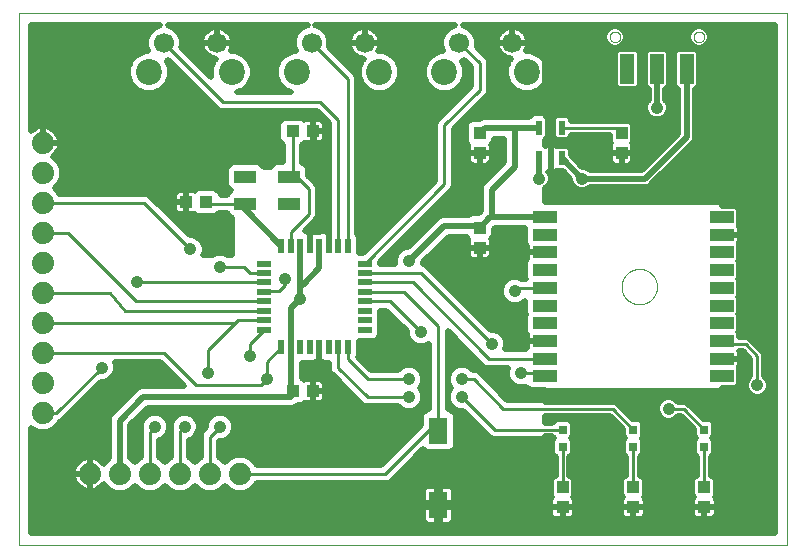
<source format=gtl>
G75*
%MOIN*%
%OFA0B0*%
%FSLAX25Y25*%
%IPPOS*%
%LPD*%
%AMOC8*
5,1,8,0,0,1.08239X$1,22.5*
%
%ADD10C,0.00000*%
%ADD11R,0.04331X0.03937*%
%ADD12R,0.03937X0.04331*%
%ADD13C,0.07400*%
%ADD14R,0.03150X0.03150*%
%ADD15R,0.04724X0.09843*%
%ADD16R,0.06299X0.09055*%
%ADD17C,0.08661*%
%ADD18C,0.06693*%
%ADD19R,0.02200X0.05000*%
%ADD20R,0.05000X0.02200*%
%ADD21R,0.07874X0.03937*%
%ADD22R,0.02165X0.04724*%
%ADD23R,0.07480X0.04331*%
%ADD24C,0.02000*%
%ADD25C,0.04165*%
%ADD26C,0.01000*%
D10*
X0001000Y0001000D02*
X0001000Y0178165D01*
X0256906Y0178165D01*
X0256906Y0001000D01*
X0001000Y0001000D01*
X0201787Y0087024D02*
X0201789Y0087177D01*
X0201795Y0087331D01*
X0201805Y0087484D01*
X0201819Y0087636D01*
X0201837Y0087789D01*
X0201859Y0087940D01*
X0201884Y0088091D01*
X0201914Y0088242D01*
X0201948Y0088392D01*
X0201985Y0088540D01*
X0202026Y0088688D01*
X0202071Y0088834D01*
X0202120Y0088980D01*
X0202173Y0089124D01*
X0202229Y0089266D01*
X0202289Y0089407D01*
X0202353Y0089547D01*
X0202420Y0089685D01*
X0202491Y0089821D01*
X0202566Y0089955D01*
X0202643Y0090087D01*
X0202725Y0090217D01*
X0202809Y0090345D01*
X0202897Y0090471D01*
X0202988Y0090594D01*
X0203082Y0090715D01*
X0203180Y0090833D01*
X0203280Y0090949D01*
X0203384Y0091062D01*
X0203490Y0091173D01*
X0203599Y0091281D01*
X0203711Y0091386D01*
X0203825Y0091487D01*
X0203943Y0091586D01*
X0204062Y0091682D01*
X0204184Y0091775D01*
X0204309Y0091864D01*
X0204436Y0091951D01*
X0204565Y0092033D01*
X0204696Y0092113D01*
X0204829Y0092189D01*
X0204964Y0092262D01*
X0205101Y0092331D01*
X0205240Y0092396D01*
X0205380Y0092458D01*
X0205522Y0092516D01*
X0205665Y0092571D01*
X0205810Y0092622D01*
X0205956Y0092669D01*
X0206103Y0092712D01*
X0206251Y0092751D01*
X0206400Y0092787D01*
X0206550Y0092818D01*
X0206701Y0092846D01*
X0206852Y0092870D01*
X0207005Y0092890D01*
X0207157Y0092906D01*
X0207310Y0092918D01*
X0207463Y0092926D01*
X0207616Y0092930D01*
X0207770Y0092930D01*
X0207923Y0092926D01*
X0208076Y0092918D01*
X0208229Y0092906D01*
X0208381Y0092890D01*
X0208534Y0092870D01*
X0208685Y0092846D01*
X0208836Y0092818D01*
X0208986Y0092787D01*
X0209135Y0092751D01*
X0209283Y0092712D01*
X0209430Y0092669D01*
X0209576Y0092622D01*
X0209721Y0092571D01*
X0209864Y0092516D01*
X0210006Y0092458D01*
X0210146Y0092396D01*
X0210285Y0092331D01*
X0210422Y0092262D01*
X0210557Y0092189D01*
X0210690Y0092113D01*
X0210821Y0092033D01*
X0210950Y0091951D01*
X0211077Y0091864D01*
X0211202Y0091775D01*
X0211324Y0091682D01*
X0211443Y0091586D01*
X0211561Y0091487D01*
X0211675Y0091386D01*
X0211787Y0091281D01*
X0211896Y0091173D01*
X0212002Y0091062D01*
X0212106Y0090949D01*
X0212206Y0090833D01*
X0212304Y0090715D01*
X0212398Y0090594D01*
X0212489Y0090471D01*
X0212577Y0090345D01*
X0212661Y0090217D01*
X0212743Y0090087D01*
X0212820Y0089955D01*
X0212895Y0089821D01*
X0212966Y0089685D01*
X0213033Y0089547D01*
X0213097Y0089407D01*
X0213157Y0089266D01*
X0213213Y0089124D01*
X0213266Y0088980D01*
X0213315Y0088834D01*
X0213360Y0088688D01*
X0213401Y0088540D01*
X0213438Y0088392D01*
X0213472Y0088242D01*
X0213502Y0088091D01*
X0213527Y0087940D01*
X0213549Y0087789D01*
X0213567Y0087636D01*
X0213581Y0087484D01*
X0213591Y0087331D01*
X0213597Y0087177D01*
X0213599Y0087024D01*
X0213597Y0086871D01*
X0213591Y0086717D01*
X0213581Y0086564D01*
X0213567Y0086412D01*
X0213549Y0086259D01*
X0213527Y0086108D01*
X0213502Y0085957D01*
X0213472Y0085806D01*
X0213438Y0085656D01*
X0213401Y0085508D01*
X0213360Y0085360D01*
X0213315Y0085214D01*
X0213266Y0085068D01*
X0213213Y0084924D01*
X0213157Y0084782D01*
X0213097Y0084641D01*
X0213033Y0084501D01*
X0212966Y0084363D01*
X0212895Y0084227D01*
X0212820Y0084093D01*
X0212743Y0083961D01*
X0212661Y0083831D01*
X0212577Y0083703D01*
X0212489Y0083577D01*
X0212398Y0083454D01*
X0212304Y0083333D01*
X0212206Y0083215D01*
X0212106Y0083099D01*
X0212002Y0082986D01*
X0211896Y0082875D01*
X0211787Y0082767D01*
X0211675Y0082662D01*
X0211561Y0082561D01*
X0211443Y0082462D01*
X0211324Y0082366D01*
X0211202Y0082273D01*
X0211077Y0082184D01*
X0210950Y0082097D01*
X0210821Y0082015D01*
X0210690Y0081935D01*
X0210557Y0081859D01*
X0210422Y0081786D01*
X0210285Y0081717D01*
X0210146Y0081652D01*
X0210006Y0081590D01*
X0209864Y0081532D01*
X0209721Y0081477D01*
X0209576Y0081426D01*
X0209430Y0081379D01*
X0209283Y0081336D01*
X0209135Y0081297D01*
X0208986Y0081261D01*
X0208836Y0081230D01*
X0208685Y0081202D01*
X0208534Y0081178D01*
X0208381Y0081158D01*
X0208229Y0081142D01*
X0208076Y0081130D01*
X0207923Y0081122D01*
X0207770Y0081118D01*
X0207616Y0081118D01*
X0207463Y0081122D01*
X0207310Y0081130D01*
X0207157Y0081142D01*
X0207005Y0081158D01*
X0206852Y0081178D01*
X0206701Y0081202D01*
X0206550Y0081230D01*
X0206400Y0081261D01*
X0206251Y0081297D01*
X0206103Y0081336D01*
X0205956Y0081379D01*
X0205810Y0081426D01*
X0205665Y0081477D01*
X0205522Y0081532D01*
X0205380Y0081590D01*
X0205240Y0081652D01*
X0205101Y0081717D01*
X0204964Y0081786D01*
X0204829Y0081859D01*
X0204696Y0081935D01*
X0204565Y0082015D01*
X0204436Y0082097D01*
X0204309Y0082184D01*
X0204184Y0082273D01*
X0204062Y0082366D01*
X0203943Y0082462D01*
X0203825Y0082561D01*
X0203711Y0082662D01*
X0203599Y0082767D01*
X0203490Y0082875D01*
X0203384Y0082986D01*
X0203280Y0083099D01*
X0203180Y0083215D01*
X0203082Y0083333D01*
X0202988Y0083454D01*
X0202897Y0083577D01*
X0202809Y0083703D01*
X0202725Y0083831D01*
X0202643Y0083961D01*
X0202566Y0084093D01*
X0202491Y0084227D01*
X0202420Y0084363D01*
X0202353Y0084501D01*
X0202289Y0084641D01*
X0202229Y0084782D01*
X0202173Y0084924D01*
X0202120Y0085068D01*
X0202071Y0085214D01*
X0202026Y0085360D01*
X0201985Y0085508D01*
X0201948Y0085656D01*
X0201914Y0085806D01*
X0201884Y0085957D01*
X0201859Y0086108D01*
X0201837Y0086259D01*
X0201819Y0086412D01*
X0201805Y0086564D01*
X0201795Y0086717D01*
X0201789Y0086871D01*
X0201787Y0087024D01*
X0197850Y0170291D02*
X0197852Y0170375D01*
X0197858Y0170458D01*
X0197868Y0170541D01*
X0197882Y0170624D01*
X0197899Y0170706D01*
X0197921Y0170787D01*
X0197946Y0170866D01*
X0197975Y0170945D01*
X0198008Y0171022D01*
X0198044Y0171097D01*
X0198084Y0171171D01*
X0198127Y0171243D01*
X0198174Y0171312D01*
X0198224Y0171379D01*
X0198277Y0171444D01*
X0198333Y0171506D01*
X0198391Y0171566D01*
X0198453Y0171623D01*
X0198517Y0171676D01*
X0198584Y0171727D01*
X0198653Y0171774D01*
X0198724Y0171819D01*
X0198797Y0171859D01*
X0198872Y0171896D01*
X0198949Y0171930D01*
X0199027Y0171960D01*
X0199106Y0171986D01*
X0199187Y0172009D01*
X0199269Y0172027D01*
X0199351Y0172042D01*
X0199434Y0172053D01*
X0199517Y0172060D01*
X0199601Y0172063D01*
X0199685Y0172062D01*
X0199768Y0172057D01*
X0199852Y0172048D01*
X0199934Y0172035D01*
X0200016Y0172019D01*
X0200097Y0171998D01*
X0200178Y0171974D01*
X0200256Y0171946D01*
X0200334Y0171914D01*
X0200410Y0171878D01*
X0200484Y0171839D01*
X0200556Y0171797D01*
X0200626Y0171751D01*
X0200694Y0171702D01*
X0200759Y0171650D01*
X0200822Y0171595D01*
X0200882Y0171537D01*
X0200940Y0171476D01*
X0200994Y0171412D01*
X0201046Y0171346D01*
X0201094Y0171278D01*
X0201139Y0171207D01*
X0201180Y0171134D01*
X0201219Y0171060D01*
X0201253Y0170984D01*
X0201284Y0170906D01*
X0201311Y0170827D01*
X0201335Y0170746D01*
X0201354Y0170665D01*
X0201370Y0170583D01*
X0201382Y0170500D01*
X0201390Y0170416D01*
X0201394Y0170333D01*
X0201394Y0170249D01*
X0201390Y0170166D01*
X0201382Y0170082D01*
X0201370Y0169999D01*
X0201354Y0169917D01*
X0201335Y0169836D01*
X0201311Y0169755D01*
X0201284Y0169676D01*
X0201253Y0169598D01*
X0201219Y0169522D01*
X0201180Y0169448D01*
X0201139Y0169375D01*
X0201094Y0169304D01*
X0201046Y0169236D01*
X0200994Y0169170D01*
X0200940Y0169106D01*
X0200882Y0169045D01*
X0200822Y0168987D01*
X0200759Y0168932D01*
X0200694Y0168880D01*
X0200626Y0168831D01*
X0200556Y0168785D01*
X0200484Y0168743D01*
X0200410Y0168704D01*
X0200334Y0168668D01*
X0200256Y0168636D01*
X0200178Y0168608D01*
X0200097Y0168584D01*
X0200016Y0168563D01*
X0199934Y0168547D01*
X0199852Y0168534D01*
X0199768Y0168525D01*
X0199685Y0168520D01*
X0199601Y0168519D01*
X0199517Y0168522D01*
X0199434Y0168529D01*
X0199351Y0168540D01*
X0199269Y0168555D01*
X0199187Y0168573D01*
X0199106Y0168596D01*
X0199027Y0168622D01*
X0198949Y0168652D01*
X0198872Y0168686D01*
X0198797Y0168723D01*
X0198724Y0168763D01*
X0198653Y0168808D01*
X0198584Y0168855D01*
X0198517Y0168906D01*
X0198453Y0168959D01*
X0198391Y0169016D01*
X0198333Y0169076D01*
X0198277Y0169138D01*
X0198224Y0169203D01*
X0198174Y0169270D01*
X0198127Y0169339D01*
X0198084Y0169411D01*
X0198044Y0169485D01*
X0198008Y0169560D01*
X0197975Y0169637D01*
X0197946Y0169716D01*
X0197921Y0169795D01*
X0197899Y0169876D01*
X0197882Y0169958D01*
X0197868Y0170041D01*
X0197858Y0170124D01*
X0197852Y0170207D01*
X0197850Y0170291D01*
X0225803Y0170291D02*
X0225805Y0170375D01*
X0225811Y0170458D01*
X0225821Y0170541D01*
X0225835Y0170624D01*
X0225852Y0170706D01*
X0225874Y0170787D01*
X0225899Y0170866D01*
X0225928Y0170945D01*
X0225961Y0171022D01*
X0225997Y0171097D01*
X0226037Y0171171D01*
X0226080Y0171243D01*
X0226127Y0171312D01*
X0226177Y0171379D01*
X0226230Y0171444D01*
X0226286Y0171506D01*
X0226344Y0171566D01*
X0226406Y0171623D01*
X0226470Y0171676D01*
X0226537Y0171727D01*
X0226606Y0171774D01*
X0226677Y0171819D01*
X0226750Y0171859D01*
X0226825Y0171896D01*
X0226902Y0171930D01*
X0226980Y0171960D01*
X0227059Y0171986D01*
X0227140Y0172009D01*
X0227222Y0172027D01*
X0227304Y0172042D01*
X0227387Y0172053D01*
X0227470Y0172060D01*
X0227554Y0172063D01*
X0227638Y0172062D01*
X0227721Y0172057D01*
X0227805Y0172048D01*
X0227887Y0172035D01*
X0227969Y0172019D01*
X0228050Y0171998D01*
X0228131Y0171974D01*
X0228209Y0171946D01*
X0228287Y0171914D01*
X0228363Y0171878D01*
X0228437Y0171839D01*
X0228509Y0171797D01*
X0228579Y0171751D01*
X0228647Y0171702D01*
X0228712Y0171650D01*
X0228775Y0171595D01*
X0228835Y0171537D01*
X0228893Y0171476D01*
X0228947Y0171412D01*
X0228999Y0171346D01*
X0229047Y0171278D01*
X0229092Y0171207D01*
X0229133Y0171134D01*
X0229172Y0171060D01*
X0229206Y0170984D01*
X0229237Y0170906D01*
X0229264Y0170827D01*
X0229288Y0170746D01*
X0229307Y0170665D01*
X0229323Y0170583D01*
X0229335Y0170500D01*
X0229343Y0170416D01*
X0229347Y0170333D01*
X0229347Y0170249D01*
X0229343Y0170166D01*
X0229335Y0170082D01*
X0229323Y0169999D01*
X0229307Y0169917D01*
X0229288Y0169836D01*
X0229264Y0169755D01*
X0229237Y0169676D01*
X0229206Y0169598D01*
X0229172Y0169522D01*
X0229133Y0169448D01*
X0229092Y0169375D01*
X0229047Y0169304D01*
X0228999Y0169236D01*
X0228947Y0169170D01*
X0228893Y0169106D01*
X0228835Y0169045D01*
X0228775Y0168987D01*
X0228712Y0168932D01*
X0228647Y0168880D01*
X0228579Y0168831D01*
X0228509Y0168785D01*
X0228437Y0168743D01*
X0228363Y0168704D01*
X0228287Y0168668D01*
X0228209Y0168636D01*
X0228131Y0168608D01*
X0228050Y0168584D01*
X0227969Y0168563D01*
X0227887Y0168547D01*
X0227805Y0168534D01*
X0227721Y0168525D01*
X0227638Y0168520D01*
X0227554Y0168519D01*
X0227470Y0168522D01*
X0227387Y0168529D01*
X0227304Y0168540D01*
X0227222Y0168555D01*
X0227140Y0168573D01*
X0227059Y0168596D01*
X0226980Y0168622D01*
X0226902Y0168652D01*
X0226825Y0168686D01*
X0226750Y0168723D01*
X0226677Y0168763D01*
X0226606Y0168808D01*
X0226537Y0168855D01*
X0226470Y0168906D01*
X0226406Y0168959D01*
X0226344Y0169016D01*
X0226286Y0169076D01*
X0226230Y0169138D01*
X0226177Y0169203D01*
X0226127Y0169270D01*
X0226080Y0169339D01*
X0226037Y0169411D01*
X0225997Y0169485D01*
X0225961Y0169560D01*
X0225928Y0169637D01*
X0225899Y0169716D01*
X0225874Y0169795D01*
X0225852Y0169876D01*
X0225835Y0169958D01*
X0225821Y0170041D01*
X0225811Y0170124D01*
X0225805Y0170207D01*
X0225803Y0170291D01*
D11*
X0098835Y0138795D03*
X0092142Y0138795D03*
X0063402Y0115173D03*
X0056709Y0115173D03*
X0092142Y0052181D03*
X0098835Y0052181D03*
X0182102Y0020094D03*
X0182102Y0013402D03*
X0205724Y0013402D03*
X0205724Y0020094D03*
X0229346Y0020094D03*
X0229346Y0013402D03*
D12*
X0154543Y0100016D03*
X0154543Y0106709D03*
X0154543Y0131512D03*
X0154543Y0138205D03*
X0201787Y0138205D03*
X0201787Y0131512D03*
D13*
X0074622Y0024622D03*
X0064622Y0024622D03*
X0054622Y0024622D03*
X0044622Y0024622D03*
X0034622Y0024622D03*
X0024622Y0024622D03*
X0008874Y0044858D03*
X0008874Y0054858D03*
X0008874Y0064858D03*
X0008874Y0074858D03*
X0008874Y0084858D03*
X0008874Y0094858D03*
X0008874Y0104858D03*
X0008874Y0114858D03*
X0008874Y0124858D03*
X0008874Y0134858D03*
D14*
X0182102Y0039386D03*
X0182102Y0033480D03*
X0205724Y0033480D03*
X0205724Y0039386D03*
X0229346Y0039386D03*
X0229346Y0033480D03*
D15*
X0223441Y0159465D03*
X0213598Y0159465D03*
X0203756Y0159465D03*
D16*
X0140764Y0038992D03*
X0140764Y0014189D03*
D17*
X0142732Y0158480D03*
X0121079Y0158480D03*
X0093520Y0158480D03*
X0071866Y0158480D03*
X0044307Y0158480D03*
X0170291Y0158480D03*
D18*
X0165370Y0168323D03*
X0147654Y0168323D03*
X0116157Y0168323D03*
X0098441Y0168323D03*
X0066945Y0168323D03*
X0049228Y0168323D03*
D19*
X0088402Y0100577D03*
X0091551Y0100577D03*
X0094701Y0100577D03*
X0097850Y0100577D03*
X0101000Y0100577D03*
X0104150Y0100577D03*
X0107299Y0100577D03*
X0110449Y0100577D03*
X0110449Y0066777D03*
X0107299Y0066777D03*
X0104150Y0066777D03*
X0101000Y0066777D03*
X0097850Y0066777D03*
X0094701Y0066777D03*
X0091551Y0066777D03*
X0088402Y0066777D03*
D20*
X0082525Y0072654D03*
X0082525Y0075803D03*
X0082525Y0078953D03*
X0082525Y0082102D03*
X0082525Y0085252D03*
X0082525Y0088402D03*
X0082525Y0091551D03*
X0082525Y0094701D03*
X0116325Y0094701D03*
X0116325Y0091551D03*
X0116325Y0088402D03*
X0116325Y0085252D03*
X0116325Y0082102D03*
X0116325Y0078953D03*
X0116325Y0075803D03*
X0116325Y0072654D03*
D21*
X0176197Y0074819D03*
X0176197Y0080724D03*
X0176197Y0086630D03*
X0176197Y0092535D03*
X0176197Y0098441D03*
X0176197Y0104346D03*
X0176197Y0110252D03*
X0176197Y0068913D03*
X0176197Y0063008D03*
X0176197Y0057102D03*
X0235252Y0057102D03*
X0235252Y0063008D03*
X0235252Y0068913D03*
X0235252Y0074819D03*
X0235252Y0080724D03*
X0235252Y0086630D03*
X0235252Y0092535D03*
X0235252Y0098441D03*
X0235252Y0104346D03*
X0235252Y0110252D03*
D22*
X0181906Y0129740D03*
X0178165Y0129740D03*
X0174425Y0129740D03*
X0174425Y0139977D03*
X0181906Y0139977D03*
D23*
X0090961Y0123638D03*
X0090961Y0114583D03*
X0076394Y0114583D03*
X0076394Y0123638D03*
D24*
X0070054Y0122909D02*
X0014886Y0122909D01*
X0015174Y0123605D02*
X0014215Y0121290D01*
X0012784Y0119858D01*
X0014215Y0118427D01*
X0014409Y0117958D01*
X0043270Y0117958D01*
X0044410Y0117486D01*
X0057788Y0104108D01*
X0059018Y0104108D01*
X0060739Y0103395D01*
X0062056Y0102078D01*
X0062769Y0100357D01*
X0062769Y0098494D01*
X0062340Y0097457D01*
X0065244Y0097457D01*
X0065277Y0097489D01*
X0066998Y0098202D01*
X0068861Y0098202D01*
X0070582Y0097489D01*
X0070614Y0097457D01*
X0071866Y0097457D01*
X0071866Y0109929D01*
X0071181Y0110213D01*
X0070449Y0110945D01*
X0070226Y0111483D01*
X0067522Y0111483D01*
X0067040Y0111001D01*
X0066084Y0110605D01*
X0060719Y0110605D01*
X0059763Y0111001D01*
X0059470Y0111294D01*
X0059137Y0111205D01*
X0056709Y0111205D01*
X0056709Y0115173D01*
X0056709Y0115173D01*
X0056709Y0111205D01*
X0054280Y0111205D01*
X0053771Y0111341D01*
X0053315Y0111604D01*
X0052943Y0111977D01*
X0052680Y0112433D01*
X0052543Y0112941D01*
X0052543Y0115173D01*
X0056709Y0115173D01*
X0056709Y0115173D01*
X0056709Y0119142D01*
X0059137Y0119142D01*
X0059470Y0119053D01*
X0059763Y0119346D01*
X0060719Y0119742D01*
X0066084Y0119742D01*
X0067040Y0119346D01*
X0067771Y0118615D01*
X0068157Y0117683D01*
X0070226Y0117683D01*
X0070449Y0118221D01*
X0071181Y0118952D01*
X0071562Y0119110D01*
X0071181Y0119268D01*
X0070449Y0120000D01*
X0070054Y0120955D01*
X0070054Y0126320D01*
X0070449Y0127276D01*
X0071181Y0128007D01*
X0072136Y0128403D01*
X0080651Y0128403D01*
X0081607Y0128007D01*
X0082338Y0127276D01*
X0082459Y0126984D01*
X0084895Y0126984D01*
X0085016Y0127276D01*
X0085748Y0128007D01*
X0086703Y0128403D01*
X0089042Y0128403D01*
X0089042Y0134400D01*
X0088504Y0134623D01*
X0087772Y0135354D01*
X0087376Y0136310D01*
X0087376Y0141281D01*
X0087772Y0142237D01*
X0088504Y0142968D01*
X0089459Y0143364D01*
X0094824Y0143364D01*
X0095780Y0142968D01*
X0096073Y0142675D01*
X0096406Y0142764D01*
X0098835Y0142764D01*
X0098835Y0138795D01*
X0098835Y0138795D01*
X0103000Y0138795D01*
X0103000Y0136563D01*
X0102864Y0136055D01*
X0102600Y0135599D01*
X0102228Y0135226D01*
X0101772Y0134963D01*
X0101263Y0134827D01*
X0098835Y0134827D01*
X0098835Y0138795D01*
X0098835Y0138795D01*
X0103000Y0138795D01*
X0103000Y0141027D01*
X0102864Y0141536D01*
X0102600Y0141992D01*
X0102228Y0142364D01*
X0101772Y0142627D01*
X0101263Y0142764D01*
X0098835Y0142764D01*
X0098835Y0138795D01*
X0098835Y0134827D01*
X0096406Y0134827D01*
X0096073Y0134916D01*
X0095780Y0134623D01*
X0095242Y0134400D01*
X0095242Y0128393D01*
X0096174Y0128007D01*
X0096905Y0127276D01*
X0097301Y0126320D01*
X0097301Y0124044D01*
X0099213Y0122132D01*
X0100085Y0121260D01*
X0100557Y0120121D01*
X0100557Y0110620D01*
X0100085Y0109480D01*
X0099213Y0108608D01*
X0096282Y0105677D01*
X0096318Y0105677D01*
X0097274Y0105281D01*
X0097478Y0105077D01*
X0097850Y0105077D01*
X0097850Y0104705D01*
X0097850Y0104704D01*
X0097850Y0104705D01*
X0097850Y0105077D01*
X0098223Y0105077D01*
X0098427Y0105281D01*
X0099383Y0105677D01*
X0102617Y0105677D01*
X0103573Y0105281D01*
X0103777Y0105077D01*
X0104150Y0105077D01*
X0104150Y0104705D01*
X0104150Y0104704D01*
X0104150Y0104705D01*
X0104150Y0105077D01*
X0104199Y0105077D01*
X0104199Y0141448D01*
X0100110Y0145538D01*
X0069530Y0145538D01*
X0068297Y0145538D01*
X0067157Y0146010D01*
X0050680Y0162488D01*
X0050411Y0162376D01*
X0050195Y0162376D01*
X0051238Y0159859D01*
X0051238Y0157102D01*
X0050183Y0154554D01*
X0048233Y0152605D01*
X0045686Y0151550D01*
X0042928Y0151550D01*
X0040381Y0152605D01*
X0038432Y0154554D01*
X0037376Y0157102D01*
X0037376Y0159859D01*
X0038432Y0162406D01*
X0040381Y0164356D01*
X0042928Y0165411D01*
X0043998Y0165411D01*
X0043282Y0167140D01*
X0043282Y0169506D01*
X0044187Y0171691D01*
X0045860Y0173364D01*
X0047947Y0174228D01*
X0004937Y0174228D01*
X0004937Y0138982D01*
X0005161Y0139206D01*
X0005887Y0139733D01*
X0006686Y0140141D01*
X0007539Y0140418D01*
X0008425Y0140558D01*
X0008874Y0140558D01*
X0008874Y0134858D01*
X0008874Y0134858D01*
X0014574Y0134858D01*
X0014574Y0134410D01*
X0014434Y0133523D01*
X0014156Y0132670D01*
X0013749Y0131871D01*
X0013222Y0131145D01*
X0012587Y0130511D01*
X0012262Y0130274D01*
X0012443Y0130199D01*
X0014215Y0128427D01*
X0015174Y0126111D01*
X0015174Y0123605D01*
X0015174Y0124908D02*
X0070054Y0124908D01*
X0070296Y0126906D02*
X0014845Y0126906D01*
X0013737Y0128905D02*
X0089042Y0128905D01*
X0089042Y0130903D02*
X0012980Y0130903D01*
X0014232Y0132902D02*
X0089042Y0132902D01*
X0088226Y0134900D02*
X0014574Y0134900D01*
X0014574Y0134858D02*
X0014574Y0135307D01*
X0014434Y0136193D01*
X0014156Y0137046D01*
X0013749Y0137846D01*
X0013222Y0138572D01*
X0012587Y0139206D01*
X0011861Y0139733D01*
X0011062Y0140141D01*
X0010209Y0140418D01*
X0009323Y0140558D01*
X0008874Y0140558D01*
X0008874Y0134858D01*
X0014574Y0134858D01*
X0014204Y0136899D02*
X0087376Y0136899D01*
X0087376Y0138897D02*
X0012896Y0138897D01*
X0008874Y0138897D02*
X0008874Y0138897D01*
X0008874Y0136899D02*
X0008874Y0136899D01*
X0008874Y0134900D02*
X0008874Y0134900D01*
X0008874Y0134858D02*
X0008874Y0134858D01*
X0004937Y0140896D02*
X0087376Y0140896D01*
X0088430Y0142894D02*
X0004937Y0142894D01*
X0004937Y0144893D02*
X0100755Y0144893D01*
X0102753Y0142894D02*
X0095853Y0142894D01*
X0098835Y0140896D02*
X0098835Y0140896D01*
X0098835Y0138897D02*
X0098835Y0138897D01*
X0098835Y0138795D02*
X0098835Y0138795D01*
X0099425Y0138205D01*
X0099425Y0130921D01*
X0098835Y0134900D02*
X0098835Y0134900D01*
X0098835Y0136899D02*
X0098835Y0136899D01*
X0101538Y0134900D02*
X0104199Y0134900D01*
X0104199Y0132902D02*
X0095242Y0132902D01*
X0095242Y0130903D02*
X0104199Y0130903D01*
X0104199Y0128905D02*
X0095242Y0128905D01*
X0097058Y0126906D02*
X0104199Y0126906D01*
X0104199Y0124908D02*
X0097301Y0124908D01*
X0098435Y0122909D02*
X0104199Y0122909D01*
X0104199Y0120911D02*
X0100229Y0120911D01*
X0100557Y0118912D02*
X0104199Y0118912D01*
X0104199Y0116914D02*
X0100557Y0116914D01*
X0100557Y0114915D02*
X0104199Y0114915D01*
X0104199Y0112917D02*
X0100557Y0112917D01*
X0100557Y0110918D02*
X0104199Y0110918D01*
X0104199Y0108920D02*
X0099524Y0108920D01*
X0097526Y0106921D02*
X0104199Y0106921D01*
X0104150Y0106512D02*
X0104150Y0100577D01*
X0101000Y0100577D02*
X0101000Y0093126D01*
X0095488Y0087614D01*
X0094701Y0087614D01*
X0094701Y0100577D01*
X0097850Y0100577D02*
X0097850Y0104937D01*
X0097457Y0105331D01*
X0101394Y0105331D01*
X0103362Y0107299D01*
X0104150Y0106512D01*
X0104150Y0104923D02*
X0104150Y0104923D01*
X0097850Y0104923D02*
X0097850Y0104923D01*
X0088402Y0100577D02*
X0075803Y0113176D01*
X0075803Y0114583D01*
X0071141Y0118912D02*
X0067473Y0118912D01*
X0070072Y0120911D02*
X0013836Y0120911D01*
X0013730Y0118912D02*
X0053610Y0118912D01*
X0053771Y0119005D02*
X0053315Y0118742D01*
X0052943Y0118370D01*
X0052680Y0117914D01*
X0052543Y0117405D01*
X0052543Y0115173D01*
X0056709Y0115173D01*
X0056709Y0115173D01*
X0056709Y0119142D01*
X0054280Y0119142D01*
X0053771Y0119005D01*
X0052543Y0116914D02*
X0044982Y0116914D01*
X0046981Y0114915D02*
X0052543Y0114915D01*
X0052550Y0112917D02*
X0048979Y0112917D01*
X0050978Y0110918D02*
X0059962Y0110918D01*
X0056709Y0112917D02*
X0056709Y0112917D01*
X0056709Y0114915D02*
X0056709Y0114915D01*
X0056709Y0116914D02*
X0056709Y0116914D01*
X0056709Y0118912D02*
X0056709Y0118912D01*
X0066841Y0110918D02*
X0070476Y0110918D01*
X0071866Y0108920D02*
X0052976Y0108920D01*
X0054975Y0106921D02*
X0071866Y0106921D01*
X0071866Y0104923D02*
X0056973Y0104923D01*
X0061210Y0102924D02*
X0071866Y0102924D01*
X0071866Y0100926D02*
X0062534Y0100926D01*
X0062769Y0098927D02*
X0071866Y0098927D01*
X0094701Y0087614D02*
X0094701Y0082890D01*
X0091551Y0079740D01*
X0091551Y0066777D01*
X0091551Y0052772D01*
X0092142Y0052181D01*
X0091551Y0051591D01*
X0091551Y0050213D01*
X0042339Y0050213D01*
X0034465Y0042339D01*
X0034465Y0024780D01*
X0034622Y0024622D01*
X0030070Y0028979D02*
X0028322Y0028979D01*
X0028335Y0028970D02*
X0027609Y0029497D01*
X0026810Y0029904D01*
X0025957Y0030182D01*
X0025071Y0030322D01*
X0024622Y0030322D01*
X0024173Y0030322D01*
X0023287Y0030182D01*
X0022434Y0029904D01*
X0021635Y0029497D01*
X0020909Y0028970D01*
X0020274Y0028335D01*
X0019747Y0027609D01*
X0019340Y0026810D01*
X0019062Y0025957D01*
X0018922Y0025071D01*
X0018922Y0024622D01*
X0018922Y0024173D01*
X0019062Y0023287D01*
X0019340Y0022434D01*
X0019747Y0021635D01*
X0020274Y0020909D01*
X0020909Y0020274D01*
X0021635Y0019747D01*
X0022434Y0019340D01*
X0023287Y0019062D01*
X0024173Y0018922D01*
X0024622Y0018922D01*
X0024622Y0024622D01*
X0024622Y0024622D01*
X0018922Y0024622D01*
X0024622Y0024622D01*
X0024622Y0024622D01*
X0024622Y0018922D01*
X0025071Y0018922D01*
X0025957Y0019062D01*
X0026810Y0019340D01*
X0027609Y0019747D01*
X0028335Y0020274D01*
X0028970Y0020909D01*
X0029206Y0021234D01*
X0029281Y0021053D01*
X0031053Y0019281D01*
X0033369Y0018322D01*
X0035875Y0018322D01*
X0038191Y0019281D01*
X0039622Y0020713D01*
X0041053Y0019281D01*
X0043369Y0018322D01*
X0045875Y0018322D01*
X0048191Y0019281D01*
X0049622Y0020713D01*
X0051053Y0019281D01*
X0053369Y0018322D01*
X0055875Y0018322D01*
X0058191Y0019281D01*
X0059622Y0020713D01*
X0061053Y0019281D01*
X0063369Y0018322D01*
X0065875Y0018322D01*
X0068191Y0019281D01*
X0069622Y0020713D01*
X0071053Y0019281D01*
X0073369Y0018322D01*
X0075875Y0018322D01*
X0078191Y0019281D01*
X0079963Y0021053D01*
X0080157Y0021522D01*
X0123664Y0021522D01*
X0124803Y0021994D01*
X0135606Y0032796D01*
X0136141Y0032260D01*
X0137097Y0031865D01*
X0144431Y0031865D01*
X0145386Y0032260D01*
X0146118Y0032992D01*
X0146513Y0033947D01*
X0146513Y0044037D01*
X0146118Y0044992D01*
X0145386Y0045724D01*
X0144431Y0046120D01*
X0143864Y0046120D01*
X0143864Y0072256D01*
X0155740Y0060380D01*
X0156879Y0059908D01*
X0164009Y0059908D01*
X0163640Y0059018D01*
X0163640Y0057155D01*
X0164353Y0055434D01*
X0165670Y0054117D01*
X0167391Y0053404D01*
X0169254Y0053404D01*
X0170029Y0053725D01*
X0170056Y0053661D01*
X0170787Y0052930D01*
X0171743Y0052534D01*
X0176197Y0052534D01*
X0176197Y0049376D01*
X0163701Y0049376D01*
X0154331Y0058746D01*
X0153191Y0059218D01*
X0152160Y0059218D01*
X0151290Y0060088D01*
X0149569Y0060801D01*
X0147706Y0060801D01*
X0145985Y0060088D01*
X0144668Y0058771D01*
X0143955Y0057050D01*
X0143955Y0055187D01*
X0144668Y0053466D01*
X0144968Y0053165D01*
X0144668Y0052865D01*
X0143955Y0051144D01*
X0143955Y0049281D01*
X0144668Y0047560D01*
X0145985Y0046243D01*
X0147706Y0045530D01*
X0148936Y0045530D01*
X0157709Y0036758D01*
X0158848Y0036286D01*
X0176197Y0036286D01*
X0176197Y0004937D01*
X0176197Y0037086D01*
X0178728Y0037086D01*
X0178728Y0037065D01*
X0179360Y0036433D01*
X0178728Y0035801D01*
X0178728Y0031160D01*
X0179782Y0030106D01*
X0179802Y0030106D01*
X0179802Y0023863D01*
X0179191Y0023863D01*
X0178137Y0022809D01*
X0178137Y0017380D01*
X0178628Y0016889D01*
X0178337Y0016598D01*
X0178073Y0016142D01*
X0177937Y0015633D01*
X0177937Y0013402D01*
X0182102Y0013402D01*
X0182102Y0013402D01*
X0177937Y0013402D01*
X0177937Y0011170D01*
X0178073Y0010661D01*
X0178337Y0010205D01*
X0178709Y0009833D01*
X0179165Y0009569D01*
X0179674Y0009433D01*
X0182102Y0009433D01*
X0182102Y0013401D01*
X0182102Y0013401D01*
X0182102Y0009433D01*
X0184531Y0009433D01*
X0185040Y0009569D01*
X0185496Y0009833D01*
X0185868Y0010205D01*
X0186131Y0010661D01*
X0186268Y0011170D01*
X0186268Y0013402D01*
X0186268Y0015633D01*
X0186131Y0016142D01*
X0185868Y0016598D01*
X0185577Y0016889D01*
X0186068Y0017380D01*
X0186068Y0022809D01*
X0185013Y0023863D01*
X0184402Y0023863D01*
X0184402Y0030106D01*
X0184423Y0030106D01*
X0185477Y0031160D01*
X0185477Y0035801D01*
X0184845Y0036433D01*
X0185477Y0037065D01*
X0185477Y0041706D01*
X0184423Y0042761D01*
X0179782Y0042761D01*
X0178728Y0041706D01*
X0178728Y0041686D01*
X0176197Y0041686D01*
X0176197Y0043976D01*
X0197882Y0043976D01*
X0202350Y0039508D01*
X0202350Y0037065D01*
X0202982Y0036433D01*
X0202350Y0035801D01*
X0202350Y0031160D01*
X0203404Y0030106D01*
X0203424Y0030106D01*
X0203424Y0023863D01*
X0202813Y0023863D01*
X0201759Y0022809D01*
X0201759Y0017380D01*
X0202250Y0016889D01*
X0201959Y0016598D01*
X0201695Y0016142D01*
X0201559Y0015633D01*
X0201559Y0013402D01*
X0205724Y0013402D01*
X0205724Y0013402D01*
X0201559Y0013402D01*
X0201559Y0011170D01*
X0201695Y0010661D01*
X0201959Y0010205D01*
X0202331Y0009833D01*
X0202787Y0009569D01*
X0203296Y0009433D01*
X0205724Y0009433D01*
X0205724Y0013401D01*
X0205724Y0013401D01*
X0205724Y0009433D01*
X0208153Y0009433D01*
X0208662Y0009569D01*
X0209118Y0009833D01*
X0209490Y0010205D01*
X0209753Y0010661D01*
X0209890Y0011170D01*
X0209890Y0013402D01*
X0209890Y0015633D01*
X0209753Y0016142D01*
X0209490Y0016598D01*
X0209199Y0016889D01*
X0209690Y0017380D01*
X0209690Y0022809D01*
X0208635Y0023863D01*
X0208024Y0023863D01*
X0208024Y0030106D01*
X0208045Y0030106D01*
X0209099Y0031160D01*
X0209099Y0035801D01*
X0208467Y0036433D01*
X0209099Y0037065D01*
X0209099Y0041706D01*
X0208045Y0042761D01*
X0205602Y0042761D01*
X0199787Y0048576D01*
X0176197Y0048576D01*
X0176197Y0052181D01*
X0235252Y0052181D01*
X0235252Y0053334D01*
X0239935Y0053334D01*
X0240989Y0054388D01*
X0240989Y0059816D01*
X0240864Y0059941D01*
X0241053Y0060267D01*
X0241189Y0060776D01*
X0241189Y0063008D01*
X0241189Y0065240D01*
X0241085Y0065629D01*
X0242173Y0065629D01*
X0244763Y0063039D01*
X0244763Y0057341D01*
X0243771Y0056349D01*
X0243180Y0054922D01*
X0243180Y0053377D01*
X0243771Y0051950D01*
X0244864Y0050858D01*
X0246291Y0050267D01*
X0247835Y0050267D01*
X0249262Y0050858D01*
X0250355Y0051950D01*
X0250946Y0053377D01*
X0250946Y0054922D01*
X0250355Y0056349D01*
X0249363Y0057341D01*
X0249363Y0064945D01*
X0245426Y0068882D01*
X0244079Y0070229D01*
X0240989Y0070229D01*
X0240989Y0071627D01*
X0240750Y0071866D01*
X0240989Y0072105D01*
X0240989Y0077533D01*
X0240750Y0077772D01*
X0240989Y0078010D01*
X0240989Y0083438D01*
X0240750Y0083677D01*
X0240989Y0083916D01*
X0240989Y0089344D01*
X0240750Y0089583D01*
X0240989Y0089821D01*
X0240989Y0095250D01*
X0240750Y0095488D01*
X0240989Y0095727D01*
X0240989Y0101155D01*
X0240864Y0101280D01*
X0241053Y0101606D01*
X0241189Y0102115D01*
X0241189Y0104346D01*
X0235252Y0104346D01*
X0235252Y0104347D01*
X0241189Y0104347D01*
X0241189Y0106578D01*
X0241053Y0107087D01*
X0240864Y0107413D01*
X0240989Y0107538D01*
X0240989Y0112966D01*
X0239935Y0114020D01*
X0235252Y0114020D01*
X0235252Y0115173D01*
X0176197Y0115173D01*
X0176197Y0119660D01*
X0176428Y0119756D01*
X0177520Y0120848D01*
X0178111Y0122275D01*
X0178111Y0123820D01*
X0177520Y0125247D01*
X0177389Y0125378D01*
X0178165Y0125378D01*
X0178165Y0129740D01*
X0178165Y0134102D01*
X0176819Y0134102D01*
X0176311Y0133966D01*
X0176200Y0133902D01*
X0176197Y0133902D01*
X0176197Y0135815D01*
X0176253Y0135815D01*
X0177308Y0136869D01*
X0177308Y0143085D01*
X0176253Y0144139D01*
X0176197Y0144139D01*
X0176197Y0156717D01*
X0176422Y0157261D01*
X0176422Y0159700D01*
X0176197Y0160243D01*
X0176197Y0174228D01*
X0252969Y0174228D01*
X0252969Y0004937D01*
X0176197Y0004937D01*
X0004937Y0004937D01*
X0004937Y0039886D01*
X0005305Y0039517D01*
X0007621Y0038558D01*
X0010127Y0038558D01*
X0012443Y0039517D01*
X0014215Y0041290D01*
X0014498Y0041973D01*
X0015118Y0042230D01*
X0028260Y0055372D01*
X0029490Y0055372D01*
X0031212Y0056085D01*
X0032529Y0057403D01*
X0033242Y0059124D01*
X0033242Y0060987D01*
X0032922Y0061758D01*
X0048062Y0061758D01*
X0056008Y0053813D01*
X0041622Y0053813D01*
X0040299Y0053265D01*
X0039287Y0052252D01*
X0032425Y0045391D01*
X0031413Y0044378D01*
X0030865Y0043055D01*
X0030865Y0029774D01*
X0029281Y0028191D01*
X0029206Y0028010D01*
X0028970Y0028335D01*
X0028335Y0028970D01*
X0030865Y0030978D02*
X0004937Y0030978D01*
X0004937Y0032976D02*
X0030865Y0032976D01*
X0030865Y0034975D02*
X0004937Y0034975D01*
X0004937Y0036973D02*
X0030865Y0036973D01*
X0030865Y0038972D02*
X0011125Y0038972D01*
X0013896Y0040970D02*
X0030865Y0040970D01*
X0030865Y0042969D02*
X0015857Y0042969D01*
X0017855Y0044967D02*
X0032002Y0044967D01*
X0034001Y0046966D02*
X0019854Y0046966D01*
X0021852Y0048964D02*
X0035999Y0048964D01*
X0037998Y0050963D02*
X0023851Y0050963D01*
X0025849Y0052961D02*
X0039996Y0052961D01*
X0043830Y0046613D02*
X0092267Y0046613D01*
X0093590Y0047161D01*
X0094042Y0047613D01*
X0094824Y0047613D01*
X0095780Y0048008D01*
X0096073Y0048302D01*
X0096406Y0048213D01*
X0098835Y0048213D01*
X0101263Y0048213D01*
X0101772Y0048349D01*
X0102228Y0048612D01*
X0102600Y0048985D01*
X0102864Y0049441D01*
X0103000Y0049949D01*
X0103000Y0052181D01*
X0098835Y0052181D01*
X0098835Y0052181D01*
X0103000Y0052181D01*
X0103000Y0054413D01*
X0102864Y0054922D01*
X0102600Y0055378D01*
X0102228Y0055750D01*
X0101772Y0056013D01*
X0101263Y0056150D01*
X0098835Y0056150D01*
X0098835Y0052181D01*
X0098835Y0048213D01*
X0098835Y0052181D01*
X0098835Y0052181D01*
X0098835Y0052181D01*
X0099425Y0052181D01*
X0098835Y0052181D02*
X0098835Y0056150D01*
X0096406Y0056150D01*
X0096073Y0056060D01*
X0095780Y0056354D01*
X0095151Y0056614D01*
X0095151Y0061677D01*
X0099468Y0061677D01*
X0100423Y0062073D01*
X0100627Y0062277D01*
X0101000Y0062277D01*
X0101373Y0062277D01*
X0101577Y0062073D01*
X0102532Y0061677D01*
X0104199Y0061677D01*
X0104199Y0059438D01*
X0104671Y0058299D01*
X0105543Y0057427D01*
X0115386Y0047585D01*
X0116525Y0047113D01*
X0127399Y0047113D01*
X0128269Y0046243D01*
X0129990Y0045530D01*
X0131853Y0045530D01*
X0133574Y0046243D01*
X0134891Y0047560D01*
X0135604Y0049281D01*
X0135604Y0051144D01*
X0134891Y0052865D01*
X0134591Y0053165D01*
X0134891Y0053466D01*
X0135604Y0055187D01*
X0135604Y0057050D01*
X0134891Y0058771D01*
X0133574Y0060088D01*
X0131853Y0060801D01*
X0129990Y0060801D01*
X0128269Y0060088D01*
X0127399Y0059218D01*
X0118426Y0059218D01*
X0114071Y0063573D01*
X0114149Y0063760D01*
X0114149Y0068954D01*
X0119342Y0068954D01*
X0120298Y0069349D01*
X0121029Y0070081D01*
X0121425Y0071036D01*
X0121425Y0079002D01*
X0123338Y0079002D01*
X0130176Y0072165D01*
X0130176Y0070935D01*
X0130888Y0069214D01*
X0132206Y0067896D01*
X0133927Y0067183D01*
X0135790Y0067183D01*
X0137511Y0067896D01*
X0137664Y0068049D01*
X0137664Y0046120D01*
X0137097Y0046120D01*
X0136141Y0045724D01*
X0135410Y0044992D01*
X0135014Y0044037D01*
X0135014Y0040973D01*
X0121763Y0027722D01*
X0080157Y0027722D01*
X0079963Y0028191D01*
X0078191Y0029963D01*
X0075875Y0030922D01*
X0073369Y0030922D01*
X0071053Y0029963D01*
X0069622Y0028532D01*
X0068191Y0029963D01*
X0067722Y0030157D01*
X0067722Y0035687D01*
X0068861Y0035687D01*
X0070582Y0036400D01*
X0071899Y0037718D01*
X0072612Y0039439D01*
X0072612Y0041302D01*
X0071899Y0043023D01*
X0070582Y0044340D01*
X0068861Y0045053D01*
X0066998Y0045053D01*
X0065277Y0044340D01*
X0063959Y0043023D01*
X0063246Y0041302D01*
X0063246Y0040071D01*
X0061994Y0038819D01*
X0061522Y0037680D01*
X0061522Y0030157D01*
X0061053Y0029963D01*
X0059622Y0028532D01*
X0058191Y0029963D01*
X0057722Y0030157D01*
X0057722Y0035966D01*
X0058771Y0036400D01*
X0060088Y0037718D01*
X0060801Y0039439D01*
X0060801Y0041302D01*
X0060088Y0043023D01*
X0058771Y0044340D01*
X0057050Y0045053D01*
X0055187Y0045053D01*
X0053466Y0044340D01*
X0052148Y0043023D01*
X0051435Y0041302D01*
X0051435Y0039439D01*
X0051522Y0039230D01*
X0051522Y0030157D01*
X0051053Y0029963D01*
X0049622Y0028532D01*
X0048191Y0029963D01*
X0047722Y0030157D01*
X0047722Y0035901D01*
X0048928Y0036400D01*
X0050245Y0037718D01*
X0050958Y0039439D01*
X0050958Y0041302D01*
X0050245Y0043023D01*
X0048928Y0044340D01*
X0047207Y0045053D01*
X0045344Y0045053D01*
X0043623Y0044340D01*
X0042306Y0043023D01*
X0041593Y0041302D01*
X0041593Y0039504D01*
X0041522Y0039333D01*
X0041522Y0030157D01*
X0041053Y0029963D01*
X0039622Y0028532D01*
X0038191Y0029963D01*
X0038065Y0030015D01*
X0038065Y0040847D01*
X0043830Y0046613D01*
X0045138Y0044967D02*
X0042184Y0044967D01*
X0042284Y0042969D02*
X0040186Y0042969D01*
X0041593Y0040970D02*
X0038187Y0040970D01*
X0038065Y0038972D02*
X0041522Y0038972D01*
X0041522Y0036973D02*
X0038065Y0036973D01*
X0038065Y0034975D02*
X0041522Y0034975D01*
X0041522Y0032976D02*
X0038065Y0032976D01*
X0038065Y0030978D02*
X0041522Y0030978D01*
X0040070Y0028979D02*
X0039174Y0028979D01*
X0047722Y0030978D02*
X0051522Y0030978D01*
X0051522Y0032976D02*
X0047722Y0032976D01*
X0047722Y0034975D02*
X0051522Y0034975D01*
X0051522Y0036973D02*
X0049501Y0036973D01*
X0050765Y0038972D02*
X0051522Y0038972D01*
X0051435Y0040970D02*
X0050958Y0040970D01*
X0050268Y0042969D02*
X0052126Y0042969D01*
X0054980Y0044967D02*
X0047413Y0044967D01*
X0057256Y0044967D02*
X0066791Y0044967D01*
X0069067Y0044967D02*
X0135400Y0044967D01*
X0135014Y0042969D02*
X0071921Y0042969D01*
X0072612Y0040970D02*
X0135011Y0040970D01*
X0133013Y0038972D02*
X0072418Y0038972D01*
X0071155Y0036973D02*
X0131014Y0036973D01*
X0129016Y0034975D02*
X0067722Y0034975D01*
X0067722Y0032976D02*
X0127017Y0032976D01*
X0125019Y0030978D02*
X0067722Y0030978D01*
X0069174Y0028979D02*
X0070070Y0028979D01*
X0079174Y0028979D02*
X0123020Y0028979D01*
X0127791Y0024982D02*
X0176197Y0024982D01*
X0179802Y0024982D01*
X0179802Y0026981D02*
X0176197Y0026981D01*
X0129790Y0026981D01*
X0131788Y0028979D02*
X0176197Y0028979D01*
X0179802Y0028979D01*
X0178910Y0030978D02*
X0176197Y0030978D01*
X0133787Y0030978D01*
X0125793Y0022984D02*
X0176197Y0022984D01*
X0178312Y0022984D01*
X0178137Y0020985D02*
X0176197Y0020985D01*
X0079895Y0020985D01*
X0077480Y0018987D02*
X0135616Y0018987D01*
X0135614Y0018980D02*
X0135614Y0014764D01*
X0140189Y0014764D01*
X0140189Y0020717D01*
X0137351Y0020717D01*
X0136842Y0020580D01*
X0136386Y0020317D01*
X0136014Y0019945D01*
X0135750Y0019488D01*
X0135614Y0018980D01*
X0135614Y0016988D02*
X0004937Y0016988D01*
X0004937Y0014990D02*
X0135614Y0014990D01*
X0135614Y0013614D02*
X0135614Y0009398D01*
X0135750Y0008889D01*
X0136014Y0008433D01*
X0136386Y0008061D01*
X0136842Y0007798D01*
X0137351Y0007661D01*
X0140189Y0007661D01*
X0140189Y0013614D01*
X0141339Y0013614D01*
X0141339Y0014764D01*
X0145913Y0014764D01*
X0145913Y0018980D01*
X0145777Y0019488D01*
X0145514Y0019945D01*
X0145141Y0020317D01*
X0144685Y0020580D01*
X0144177Y0020717D01*
X0141339Y0020717D01*
X0141339Y0014764D01*
X0140189Y0014764D01*
X0140189Y0013614D01*
X0135614Y0013614D01*
X0135614Y0012991D02*
X0004937Y0012991D01*
X0004937Y0010993D02*
X0135614Y0010993D01*
X0135722Y0008994D02*
X0004937Y0008994D01*
X0004937Y0006996D02*
X0176197Y0006996D01*
X0252969Y0006996D01*
X0252969Y0008994D02*
X0176197Y0008994D01*
X0145805Y0008994D01*
X0145777Y0008889D02*
X0145913Y0009398D01*
X0145913Y0013614D01*
X0141339Y0013614D01*
X0141339Y0007661D01*
X0144177Y0007661D01*
X0144685Y0007798D01*
X0145141Y0008061D01*
X0145514Y0008433D01*
X0145777Y0008889D01*
X0145913Y0010993D02*
X0176197Y0010993D01*
X0177984Y0010993D01*
X0177937Y0012991D02*
X0176197Y0012991D01*
X0145913Y0012991D01*
X0145913Y0014990D02*
X0176197Y0014990D01*
X0177937Y0014990D01*
X0178529Y0016988D02*
X0176197Y0016988D01*
X0145913Y0016988D01*
X0145912Y0018987D02*
X0176197Y0018987D01*
X0178137Y0018987D01*
X0185675Y0016988D02*
X0202151Y0016988D01*
X0201759Y0018987D02*
X0186068Y0018987D01*
X0186068Y0020985D02*
X0201759Y0020985D01*
X0201934Y0022984D02*
X0185893Y0022984D01*
X0184402Y0024982D02*
X0203424Y0024982D01*
X0203424Y0026981D02*
X0184402Y0026981D01*
X0184402Y0028979D02*
X0203424Y0028979D01*
X0202532Y0030978D02*
X0185295Y0030978D01*
X0185477Y0032976D02*
X0202350Y0032976D01*
X0202350Y0034975D02*
X0185477Y0034975D01*
X0185385Y0036973D02*
X0202442Y0036973D01*
X0202350Y0038972D02*
X0185477Y0038972D01*
X0185477Y0040970D02*
X0200887Y0040970D01*
X0198889Y0042969D02*
X0176197Y0042969D01*
X0176197Y0048964D02*
X0214733Y0048964D01*
X0214244Y0048475D02*
X0213653Y0047048D01*
X0213653Y0045503D01*
X0214244Y0044076D01*
X0215336Y0042984D01*
X0216763Y0042393D01*
X0218308Y0042393D01*
X0219735Y0042984D01*
X0220726Y0043976D01*
X0221504Y0043976D01*
X0225972Y0039508D01*
X0225972Y0037065D01*
X0226604Y0036433D01*
X0225972Y0035801D01*
X0225972Y0031160D01*
X0227026Y0030106D01*
X0227046Y0030106D01*
X0227046Y0023863D01*
X0226436Y0023863D01*
X0225381Y0022809D01*
X0225381Y0017380D01*
X0225872Y0016889D01*
X0225581Y0016598D01*
X0225317Y0016142D01*
X0225181Y0015633D01*
X0225181Y0013402D01*
X0229346Y0013402D01*
X0229346Y0013402D01*
X0225181Y0013402D01*
X0225181Y0011170D01*
X0225317Y0010661D01*
X0225581Y0010205D01*
X0225953Y0009833D01*
X0226409Y0009569D01*
X0226918Y0009433D01*
X0229346Y0009433D01*
X0229346Y0013401D01*
X0229347Y0013401D01*
X0229347Y0013402D02*
X0229347Y0013402D01*
X0233512Y0013402D01*
X0233512Y0015633D01*
X0233376Y0016142D01*
X0233112Y0016598D01*
X0232821Y0016889D01*
X0233312Y0017380D01*
X0233312Y0022809D01*
X0232257Y0023863D01*
X0231646Y0023863D01*
X0231646Y0030106D01*
X0231667Y0030106D01*
X0232721Y0031160D01*
X0232721Y0035801D01*
X0232089Y0036433D01*
X0232721Y0037065D01*
X0232721Y0041706D01*
X0231667Y0042761D01*
X0229224Y0042761D01*
X0223409Y0048576D01*
X0220726Y0048576D01*
X0219735Y0049567D01*
X0218308Y0050158D01*
X0216763Y0050158D01*
X0215336Y0049567D01*
X0214244Y0048475D01*
X0213653Y0046966D02*
X0201397Y0046966D01*
X0203396Y0044967D02*
X0213875Y0044967D01*
X0215373Y0042969D02*
X0205394Y0042969D01*
X0209099Y0040970D02*
X0224509Y0040970D01*
X0225972Y0038972D02*
X0209099Y0038972D01*
X0209007Y0036973D02*
X0226064Y0036973D01*
X0225972Y0034975D02*
X0209099Y0034975D01*
X0209099Y0032976D02*
X0225972Y0032976D01*
X0226154Y0030978D02*
X0208917Y0030978D01*
X0208024Y0028979D02*
X0227046Y0028979D01*
X0227046Y0026981D02*
X0208024Y0026981D01*
X0208024Y0024982D02*
X0227046Y0024982D01*
X0225556Y0022984D02*
X0209515Y0022984D01*
X0209690Y0020985D02*
X0225381Y0020985D01*
X0225381Y0018987D02*
X0209690Y0018987D01*
X0209297Y0016988D02*
X0225773Y0016988D01*
X0225181Y0014990D02*
X0209890Y0014990D01*
X0209890Y0013402D02*
X0205725Y0013402D01*
X0205725Y0013402D01*
X0209890Y0013402D01*
X0209890Y0012991D02*
X0225181Y0012991D01*
X0225229Y0010993D02*
X0209842Y0010993D01*
X0205724Y0010993D02*
X0205724Y0010993D01*
X0205724Y0012991D02*
X0205724Y0012991D01*
X0205724Y0013402D02*
X0229346Y0013402D01*
X0229347Y0013401D02*
X0229347Y0009433D01*
X0231775Y0009433D01*
X0232284Y0009569D01*
X0232740Y0009833D01*
X0233112Y0010205D01*
X0233376Y0010661D01*
X0233512Y0011170D01*
X0233512Y0013402D01*
X0229347Y0013402D01*
X0229346Y0012991D02*
X0229347Y0012991D01*
X0229346Y0010993D02*
X0229347Y0010993D01*
X0233464Y0010993D02*
X0252969Y0010993D01*
X0252969Y0012991D02*
X0233512Y0012991D01*
X0233512Y0014990D02*
X0252969Y0014990D01*
X0252969Y0016988D02*
X0232919Y0016988D01*
X0233312Y0018987D02*
X0252969Y0018987D01*
X0252969Y0020985D02*
X0233312Y0020985D01*
X0233137Y0022984D02*
X0252969Y0022984D01*
X0252969Y0024982D02*
X0231646Y0024982D01*
X0231646Y0026981D02*
X0252969Y0026981D01*
X0252969Y0028979D02*
X0231646Y0028979D01*
X0232539Y0030978D02*
X0252969Y0030978D01*
X0252969Y0032976D02*
X0232721Y0032976D01*
X0232721Y0034975D02*
X0252969Y0034975D01*
X0252969Y0036973D02*
X0232629Y0036973D01*
X0232721Y0038972D02*
X0252969Y0038972D01*
X0252969Y0040970D02*
X0232721Y0040970D01*
X0229016Y0042969D02*
X0252969Y0042969D01*
X0252969Y0044967D02*
X0227018Y0044967D01*
X0225019Y0046966D02*
X0252969Y0046966D01*
X0252969Y0048964D02*
X0220338Y0048964D01*
X0219698Y0042969D02*
X0222511Y0042969D01*
X0235252Y0052961D02*
X0243353Y0052961D01*
X0243196Y0054960D02*
X0240989Y0054960D01*
X0240989Y0056958D02*
X0244381Y0056958D01*
X0244763Y0058957D02*
X0240989Y0058957D01*
X0241189Y0060955D02*
X0244763Y0060955D01*
X0244763Y0062954D02*
X0241189Y0062954D01*
X0241189Y0063008D02*
X0235252Y0063008D01*
X0241189Y0063008D01*
X0241189Y0064952D02*
X0242850Y0064952D01*
X0247357Y0066951D02*
X0252969Y0066951D01*
X0252969Y0064952D02*
X0249355Y0064952D01*
X0249363Y0062954D02*
X0252969Y0062954D01*
X0252969Y0060955D02*
X0249363Y0060955D01*
X0249363Y0058957D02*
X0252969Y0058957D01*
X0252969Y0056958D02*
X0249745Y0056958D01*
X0250930Y0054960D02*
X0252969Y0054960D01*
X0252969Y0052961D02*
X0250773Y0052961D01*
X0249367Y0050963D02*
X0252969Y0050963D01*
X0244759Y0050963D02*
X0176197Y0050963D01*
X0162114Y0050963D01*
X0160116Y0052961D02*
X0170755Y0052961D01*
X0164827Y0054960D02*
X0158117Y0054960D01*
X0156119Y0056958D02*
X0163722Y0056958D01*
X0163640Y0058957D02*
X0153822Y0058957D01*
X0155165Y0060955D02*
X0143864Y0060955D01*
X0143864Y0058957D02*
X0144854Y0058957D01*
X0143955Y0056958D02*
X0143864Y0056958D01*
X0143864Y0054960D02*
X0144049Y0054960D01*
X0143864Y0052961D02*
X0144764Y0052961D01*
X0143955Y0050963D02*
X0143864Y0050963D01*
X0143864Y0048964D02*
X0144086Y0048964D01*
X0143864Y0046966D02*
X0145262Y0046966D01*
X0146128Y0044967D02*
X0149499Y0044967D01*
X0151498Y0042969D02*
X0146513Y0042969D01*
X0146513Y0040970D02*
X0153496Y0040970D01*
X0155495Y0038972D02*
X0146513Y0038972D01*
X0146513Y0036973D02*
X0157493Y0036973D01*
X0146513Y0034975D02*
X0176197Y0034975D01*
X0178728Y0034975D01*
X0178728Y0032976D02*
X0176197Y0032976D01*
X0146102Y0032976D01*
X0141339Y0018987D02*
X0140189Y0018987D01*
X0140189Y0016988D02*
X0141339Y0016988D01*
X0141339Y0014990D02*
X0140189Y0014990D01*
X0140764Y0014189D02*
X0141551Y0013402D01*
X0182102Y0013402D01*
X0205724Y0013402D01*
X0201559Y0012991D02*
X0186268Y0012991D01*
X0186268Y0013402D02*
X0182102Y0013402D01*
X0186268Y0013402D01*
X0186268Y0014990D02*
X0201559Y0014990D01*
X0201607Y0010993D02*
X0186220Y0010993D01*
X0182102Y0010993D02*
X0182102Y0010993D01*
X0182102Y0012991D02*
X0182102Y0012991D01*
X0182102Y0013402D02*
X0182102Y0013402D01*
X0176197Y0004997D02*
X0252969Y0004997D01*
X0178820Y0036973D02*
X0176197Y0036973D01*
X0153166Y0062954D02*
X0143864Y0062954D01*
X0143864Y0064952D02*
X0151168Y0064952D01*
X0149169Y0066951D02*
X0143864Y0066951D01*
X0143864Y0068949D02*
X0147170Y0068949D01*
X0145172Y0070948D02*
X0143864Y0070948D01*
X0137664Y0066951D02*
X0114149Y0066951D01*
X0114149Y0064952D02*
X0137664Y0064952D01*
X0137664Y0062954D02*
X0114690Y0062954D01*
X0116689Y0060955D02*
X0137664Y0060955D01*
X0137664Y0058957D02*
X0134705Y0058957D01*
X0135604Y0056958D02*
X0137664Y0056958D01*
X0137664Y0054960D02*
X0135510Y0054960D01*
X0134795Y0052961D02*
X0137664Y0052961D01*
X0137664Y0050963D02*
X0135604Y0050963D01*
X0135473Y0048964D02*
X0137664Y0048964D01*
X0137664Y0046966D02*
X0134297Y0046966D01*
X0127546Y0046966D02*
X0093120Y0046966D01*
X0098835Y0048964D02*
X0098835Y0048964D01*
X0098835Y0050963D02*
X0098835Y0050963D01*
X0098835Y0052961D02*
X0098835Y0052961D01*
X0098835Y0054960D02*
X0098835Y0054960D01*
X0102842Y0054960D02*
X0108010Y0054960D01*
X0106012Y0056958D02*
X0095151Y0056958D01*
X0095151Y0058957D02*
X0104399Y0058957D01*
X0104199Y0060955D02*
X0095151Y0060955D01*
X0101000Y0062277D02*
X0101000Y0062650D01*
X0101000Y0062650D01*
X0101000Y0062650D01*
X0101000Y0062277D01*
X0101000Y0065990D02*
X0101000Y0066777D01*
X0101000Y0058087D01*
X0103000Y0052961D02*
X0110009Y0052961D01*
X0112007Y0050963D02*
X0103000Y0050963D01*
X0102580Y0048964D02*
X0114006Y0048964D01*
X0114149Y0068949D02*
X0131153Y0068949D01*
X0130176Y0070948D02*
X0121389Y0070948D01*
X0121425Y0072946D02*
X0129394Y0072946D01*
X0127395Y0074945D02*
X0121425Y0074945D01*
X0121425Y0076943D02*
X0125397Y0076943D01*
X0123398Y0078942D02*
X0121425Y0078942D01*
X0137862Y0092932D02*
X0169660Y0092932D01*
X0169660Y0094930D02*
X0135604Y0094930D01*
X0135604Y0095080D02*
X0135604Y0094598D01*
X0136614Y0094179D01*
X0158182Y0072612D01*
X0159412Y0072612D01*
X0161133Y0071899D01*
X0162450Y0070582D01*
X0163163Y0068861D01*
X0163163Y0066998D01*
X0162794Y0066108D01*
X0169914Y0066108D01*
X0170056Y0066449D01*
X0170266Y0066659D01*
X0170260Y0066682D01*
X0170260Y0068913D01*
X0176197Y0068913D01*
X0176197Y0068913D01*
X0170260Y0068913D01*
X0170260Y0071145D01*
X0170266Y0071167D01*
X0170056Y0071378D01*
X0169660Y0072333D01*
X0169660Y0077305D01*
X0169853Y0077772D01*
X0169660Y0078239D01*
X0169660Y0082329D01*
X0169007Y0081676D01*
X0167286Y0080963D01*
X0165423Y0080963D01*
X0163702Y0081676D01*
X0162385Y0082993D01*
X0161672Y0084714D01*
X0161672Y0086577D01*
X0162385Y0088298D01*
X0163702Y0089615D01*
X0165423Y0090328D01*
X0167286Y0090328D01*
X0168730Y0089730D01*
X0169792Y0089730D01*
X0169660Y0090050D01*
X0169660Y0095021D01*
X0170056Y0095977D01*
X0170266Y0096187D01*
X0170260Y0096209D01*
X0170260Y0098441D01*
X0176197Y0098441D01*
X0176197Y0098441D01*
X0170260Y0098441D01*
X0170260Y0100673D01*
X0170266Y0100695D01*
X0170056Y0100905D01*
X0169660Y0101861D01*
X0169660Y0106652D01*
X0159578Y0106652D01*
X0159112Y0106186D01*
X0159112Y0104026D01*
X0158716Y0103071D01*
X0158423Y0102777D01*
X0158512Y0102444D01*
X0158512Y0100016D01*
X0154543Y0100016D01*
X0154543Y0100016D01*
X0150575Y0100016D01*
X0150575Y0102444D01*
X0150664Y0102777D01*
X0150371Y0103071D01*
X0150110Y0103699D01*
X0144223Y0103699D01*
X0135604Y0095080D01*
X0137453Y0096929D02*
X0150798Y0096929D01*
X0150711Y0097078D02*
X0150974Y0096622D01*
X0151347Y0096250D01*
X0151803Y0095987D01*
X0152311Y0095850D01*
X0154543Y0095850D01*
X0154543Y0100016D01*
X0150575Y0100016D01*
X0150575Y0097587D01*
X0150711Y0097078D01*
X0150575Y0098927D02*
X0139451Y0098927D01*
X0141450Y0100926D02*
X0150575Y0100926D01*
X0150517Y0102924D02*
X0143448Y0102924D01*
X0142732Y0107299D02*
X0130921Y0095488D01*
X0126449Y0096929D02*
X0122966Y0096929D01*
X0121425Y0095388D02*
X0144488Y0118451D01*
X0145360Y0119323D01*
X0145832Y0120462D01*
X0145832Y0139480D01*
X0156299Y0149947D01*
X0157171Y0150819D01*
X0157643Y0151958D01*
X0157643Y0162050D01*
X0157171Y0163189D01*
X0153489Y0166872D01*
X0153600Y0167140D01*
X0153600Y0169506D01*
X0152695Y0171691D01*
X0151022Y0173364D01*
X0148935Y0174228D01*
X0176197Y0174228D01*
X0176197Y0162334D01*
X0176167Y0162406D01*
X0174217Y0164356D01*
X0171670Y0165411D01*
X0169863Y0165411D01*
X0169943Y0165521D01*
X0170325Y0166270D01*
X0170585Y0167071D01*
X0170717Y0167902D01*
X0170717Y0168323D01*
X0170717Y0168744D01*
X0170585Y0169575D01*
X0170325Y0170375D01*
X0169943Y0171125D01*
X0169448Y0171806D01*
X0168853Y0172401D01*
X0168172Y0172896D01*
X0167422Y0173278D01*
X0166622Y0173538D01*
X0165791Y0173669D01*
X0165370Y0173669D01*
X0164949Y0173669D01*
X0164118Y0173538D01*
X0163318Y0173278D01*
X0162568Y0172896D01*
X0161887Y0172401D01*
X0161292Y0171806D01*
X0160797Y0171125D01*
X0160415Y0170375D01*
X0160155Y0169575D01*
X0160024Y0168744D01*
X0160024Y0168323D01*
X0165370Y0168323D01*
X0165370Y0173669D01*
X0165370Y0168323D01*
X0165370Y0168323D01*
X0165370Y0168323D01*
X0170717Y0168323D01*
X0165370Y0168323D01*
X0165370Y0168323D01*
X0160024Y0168323D01*
X0160024Y0167902D01*
X0160155Y0167071D01*
X0160415Y0166270D01*
X0160797Y0165521D01*
X0161292Y0164840D01*
X0161887Y0164245D01*
X0162568Y0163750D01*
X0163318Y0163368D01*
X0164118Y0163108D01*
X0164949Y0162976D01*
X0164986Y0162976D01*
X0164416Y0162406D01*
X0163361Y0159859D01*
X0163361Y0157102D01*
X0164416Y0154554D01*
X0166365Y0152605D01*
X0168913Y0151550D01*
X0171670Y0151550D01*
X0174217Y0152605D01*
X0176167Y0154554D01*
X0176197Y0154627D01*
X0176197Y0144868D01*
X0176025Y0144939D01*
X0172825Y0144939D01*
X0171870Y0144543D01*
X0171138Y0143812D01*
X0171041Y0143577D01*
X0155599Y0143577D01*
X0154276Y0143029D01*
X0154217Y0142970D01*
X0152058Y0142970D01*
X0151102Y0142574D01*
X0150371Y0141843D01*
X0149975Y0140887D01*
X0149975Y0135522D01*
X0150371Y0134567D01*
X0150664Y0134273D01*
X0150575Y0133940D01*
X0150575Y0131512D01*
X0154543Y0131512D01*
X0154543Y0131512D01*
X0150575Y0131512D01*
X0150575Y0129083D01*
X0150711Y0128574D01*
X0150974Y0128118D01*
X0151347Y0127746D01*
X0151803Y0127483D01*
X0152311Y0127346D01*
X0154543Y0127346D01*
X0154543Y0131512D01*
X0149228Y0131512D01*
X0148638Y0130921D01*
X0150575Y0130903D02*
X0145832Y0130903D01*
X0145832Y0128905D02*
X0150623Y0128905D01*
X0154543Y0128905D02*
X0154543Y0128905D01*
X0154543Y0127346D02*
X0156775Y0127346D01*
X0157284Y0127483D01*
X0157740Y0127746D01*
X0158112Y0128118D01*
X0158376Y0128574D01*
X0158512Y0129083D01*
X0158512Y0131512D01*
X0158512Y0133940D01*
X0158423Y0134273D01*
X0158716Y0134567D01*
X0159112Y0135522D01*
X0159112Y0136377D01*
X0162754Y0136377D01*
X0162754Y0128475D01*
X0155428Y0121149D01*
X0154880Y0119826D01*
X0154880Y0112137D01*
X0154217Y0111474D01*
X0152058Y0111474D01*
X0151102Y0111078D01*
X0150923Y0110899D01*
X0142016Y0110899D01*
X0140693Y0110351D01*
X0130513Y0100171D01*
X0129990Y0100171D01*
X0128269Y0099458D01*
X0126951Y0098141D01*
X0126239Y0096420D01*
X0126239Y0094651D01*
X0121425Y0094651D01*
X0121425Y0095388D01*
X0121425Y0094930D02*
X0126239Y0094930D01*
X0124965Y0098927D02*
X0127738Y0098927D01*
X0126963Y0100926D02*
X0131267Y0100926D01*
X0133266Y0102924D02*
X0128962Y0102924D01*
X0130960Y0104923D02*
X0135264Y0104923D01*
X0137263Y0106921D02*
X0132959Y0106921D01*
X0134957Y0108920D02*
X0139262Y0108920D01*
X0136956Y0110918D02*
X0150942Y0110918D01*
X0154880Y0112917D02*
X0138954Y0112917D01*
X0140953Y0114915D02*
X0154880Y0114915D01*
X0154880Y0116914D02*
X0142951Y0116914D01*
X0144950Y0118912D02*
X0154880Y0118912D01*
X0155329Y0120911D02*
X0145832Y0120911D01*
X0145832Y0122909D02*
X0157188Y0122909D01*
X0159187Y0124908D02*
X0145832Y0124908D01*
X0145832Y0126906D02*
X0161185Y0126906D01*
X0162754Y0128905D02*
X0158464Y0128905D01*
X0158512Y0130903D02*
X0162754Y0130903D01*
X0162754Y0132902D02*
X0158512Y0132902D01*
X0158512Y0131512D02*
X0154543Y0131512D01*
X0159858Y0131512D01*
X0160449Y0130921D01*
X0158512Y0131512D02*
X0154543Y0131512D01*
X0154543Y0131512D01*
X0154543Y0131512D01*
X0154543Y0127346D01*
X0154543Y0130903D02*
X0154543Y0130903D01*
X0150575Y0132902D02*
X0145832Y0132902D01*
X0145832Y0134900D02*
X0150232Y0134900D01*
X0149975Y0136899D02*
X0145832Y0136899D01*
X0145832Y0138897D02*
X0149975Y0138897D01*
X0149978Y0140896D02*
X0147248Y0140896D01*
X0149247Y0142894D02*
X0151875Y0142894D01*
X0151245Y0144893D02*
X0172714Y0144893D01*
X0176136Y0144893D02*
X0176197Y0144893D01*
X0210132Y0144893D01*
X0210307Y0144470D02*
X0211399Y0143378D01*
X0212826Y0142787D01*
X0214371Y0142787D01*
X0215798Y0143378D01*
X0216890Y0144470D01*
X0217481Y0145897D01*
X0217481Y0147442D01*
X0216890Y0148869D01*
X0216398Y0149360D01*
X0216398Y0152743D01*
X0216706Y0152743D01*
X0217761Y0153798D01*
X0217761Y0165131D01*
X0216706Y0166186D01*
X0210491Y0166186D01*
X0209436Y0165131D01*
X0209436Y0153798D01*
X0210491Y0152743D01*
X0210798Y0152743D01*
X0210798Y0149360D01*
X0210307Y0148869D01*
X0209716Y0147442D01*
X0209716Y0145897D01*
X0210307Y0144470D01*
X0209716Y0146891D02*
X0176197Y0146891D01*
X0153244Y0146891D01*
X0155242Y0148890D02*
X0176197Y0148890D01*
X0210328Y0148890D01*
X0210798Y0150888D02*
X0176197Y0150888D01*
X0157200Y0150888D01*
X0157643Y0152887D02*
X0166083Y0152887D01*
X0164279Y0154885D02*
X0157643Y0154885D01*
X0157643Y0156884D02*
X0163451Y0156884D01*
X0163361Y0158882D02*
X0157643Y0158882D01*
X0157643Y0160881D02*
X0163784Y0160881D01*
X0164889Y0162879D02*
X0157300Y0162879D01*
X0155482Y0164878D02*
X0161264Y0164878D01*
X0160218Y0166876D02*
X0153491Y0166876D01*
X0153600Y0168875D02*
X0160044Y0168875D01*
X0160669Y0170873D02*
X0153033Y0170873D01*
X0151514Y0172872D02*
X0162536Y0172872D01*
X0165370Y0172872D02*
X0165370Y0172872D01*
X0165370Y0170873D02*
X0165370Y0170873D01*
X0165370Y0168875D02*
X0165370Y0168875D01*
X0170071Y0170873D02*
X0176197Y0170873D01*
X0196050Y0170873D01*
X0196050Y0171002D02*
X0196050Y0169581D01*
X0196594Y0168268D01*
X0197599Y0167263D01*
X0198912Y0166720D01*
X0200332Y0166720D01*
X0201645Y0167263D01*
X0202650Y0168268D01*
X0203194Y0169581D01*
X0203194Y0171002D01*
X0202650Y0172315D01*
X0201645Y0173319D01*
X0200332Y0173863D01*
X0198912Y0173863D01*
X0197599Y0173319D01*
X0196594Y0172315D01*
X0196050Y0171002D01*
X0196343Y0168875D02*
X0176197Y0168875D01*
X0170696Y0168875D01*
X0170522Y0166876D02*
X0176197Y0166876D01*
X0198533Y0166876D01*
X0199594Y0165131D02*
X0200648Y0166186D01*
X0206864Y0166186D01*
X0207918Y0165131D01*
X0207918Y0153798D01*
X0206864Y0152743D01*
X0200648Y0152743D01*
X0199594Y0153798D01*
X0199594Y0165131D01*
X0199594Y0164878D02*
X0176197Y0164878D01*
X0172957Y0164878D01*
X0175694Y0162879D02*
X0176197Y0162879D01*
X0199594Y0162879D01*
X0199594Y0160881D02*
X0176197Y0160881D01*
X0176422Y0158882D02*
X0199594Y0158882D01*
X0199594Y0156884D02*
X0176266Y0156884D01*
X0176197Y0154885D02*
X0199594Y0154885D01*
X0200505Y0152887D02*
X0176197Y0152887D01*
X0174499Y0152887D01*
X0180077Y0144139D02*
X0179023Y0143085D01*
X0179023Y0136869D01*
X0180077Y0135815D01*
X0183734Y0135815D01*
X0184788Y0136869D01*
X0184788Y0137677D01*
X0198019Y0137677D01*
X0198019Y0135294D01*
X0198313Y0135000D01*
X0198218Y0134905D01*
X0197955Y0134449D01*
X0197819Y0133940D01*
X0197819Y0131512D01*
X0201787Y0131512D01*
X0201787Y0131512D01*
X0197819Y0131512D01*
X0197819Y0129083D01*
X0197955Y0128574D01*
X0198218Y0128118D01*
X0198591Y0127746D01*
X0199047Y0127483D01*
X0199556Y0127346D01*
X0201787Y0127346D01*
X0201787Y0131512D01*
X0207102Y0131512D01*
X0207693Y0130921D01*
X0205756Y0130903D02*
X0213558Y0130903D01*
X0215556Y0132902D02*
X0205756Y0132902D01*
X0205756Y0133940D02*
X0205620Y0134449D01*
X0205356Y0134905D01*
X0205262Y0135000D01*
X0205556Y0135294D01*
X0205556Y0141116D01*
X0204501Y0142170D01*
X0201075Y0142170D01*
X0200968Y0142277D01*
X0184788Y0142277D01*
X0184788Y0143085D01*
X0183734Y0144139D01*
X0180077Y0144139D01*
X0179023Y0142894D02*
X0177308Y0142894D01*
X0177308Y0140896D02*
X0179023Y0140896D01*
X0179023Y0138897D02*
X0177308Y0138897D01*
X0177308Y0136899D02*
X0179023Y0136899D01*
X0176197Y0134900D02*
X0198216Y0134900D01*
X0198019Y0136899D02*
X0184788Y0136899D01*
X0183734Y0133902D02*
X0180130Y0133902D01*
X0180020Y0133966D01*
X0179511Y0134102D01*
X0178165Y0134102D01*
X0178165Y0129740D01*
X0178165Y0129740D01*
X0178165Y0129740D01*
X0178165Y0125378D01*
X0179511Y0125378D01*
X0180020Y0125514D01*
X0180130Y0125578D01*
X0182108Y0125578D01*
X0184715Y0122970D01*
X0184715Y0122275D01*
X0185306Y0120848D01*
X0186399Y0119756D01*
X0187826Y0119165D01*
X0189370Y0119165D01*
X0190797Y0119756D01*
X0191289Y0120247D01*
X0210218Y0120247D01*
X0211247Y0120674D01*
X0212035Y0121461D01*
X0212035Y0121461D01*
X0225815Y0135241D01*
X0226241Y0136270D01*
X0226241Y0152743D01*
X0226549Y0152743D01*
X0227603Y0153798D01*
X0227603Y0165131D01*
X0226549Y0166186D01*
X0220333Y0166186D01*
X0219279Y0165131D01*
X0219279Y0153798D01*
X0220333Y0152743D01*
X0220641Y0152743D01*
X0220641Y0137987D01*
X0208502Y0125847D01*
X0191289Y0125847D01*
X0190797Y0126339D01*
X0189370Y0126930D01*
X0188675Y0126930D01*
X0184788Y0130817D01*
X0184788Y0132848D01*
X0183734Y0133902D01*
X0184734Y0132902D02*
X0197819Y0132902D01*
X0197819Y0130903D02*
X0184788Y0130903D01*
X0186700Y0128905D02*
X0197867Y0128905D01*
X0201787Y0128905D02*
X0201787Y0128905D01*
X0201787Y0127346D02*
X0204019Y0127346D01*
X0204528Y0127483D01*
X0204984Y0127746D01*
X0205356Y0128118D01*
X0205620Y0128574D01*
X0205756Y0129083D01*
X0205756Y0131512D01*
X0205756Y0133940D01*
X0205359Y0134900D02*
X0217555Y0134900D01*
X0219553Y0136899D02*
X0205556Y0136899D01*
X0205556Y0138897D02*
X0220641Y0138897D01*
X0220641Y0140896D02*
X0205556Y0140896D01*
X0212566Y0142894D02*
X0184788Y0142894D01*
X0174425Y0139977D02*
X0166354Y0139977D01*
X0166354Y0126984D01*
X0158480Y0119110D01*
X0158480Y0110252D01*
X0158087Y0110252D01*
X0154543Y0106709D01*
X0153953Y0107299D01*
X0142732Y0107299D01*
X0132185Y0114915D02*
X0113549Y0114915D01*
X0113549Y0112917D02*
X0130186Y0112917D01*
X0128188Y0110918D02*
X0113549Y0110918D01*
X0113549Y0108920D02*
X0126189Y0108920D01*
X0124191Y0106921D02*
X0113549Y0106921D01*
X0113549Y0104923D02*
X0122192Y0104923D01*
X0120194Y0102924D02*
X0114149Y0102924D01*
X0114149Y0103594D02*
X0113753Y0104550D01*
X0113549Y0104754D01*
X0113549Y0156932D01*
X0113077Y0158071D01*
X0104276Y0166872D01*
X0104387Y0167140D01*
X0104387Y0169506D01*
X0103482Y0171691D01*
X0101809Y0173364D01*
X0099723Y0174228D01*
X0146372Y0174228D01*
X0144285Y0173364D01*
X0142612Y0171691D01*
X0141707Y0169506D01*
X0141707Y0167140D01*
X0142423Y0165411D01*
X0141354Y0165411D01*
X0138806Y0164356D01*
X0136857Y0162406D01*
X0135802Y0159859D01*
X0135802Y0157102D01*
X0136857Y0154554D01*
X0138806Y0152605D01*
X0141354Y0151550D01*
X0144111Y0151550D01*
X0146658Y0152605D01*
X0148608Y0154554D01*
X0149663Y0157102D01*
X0149663Y0159859D01*
X0148620Y0162376D01*
X0148836Y0162376D01*
X0149105Y0162488D01*
X0151443Y0160149D01*
X0151443Y0153859D01*
X0140104Y0142520D01*
X0139632Y0141380D01*
X0139632Y0122363D01*
X0115670Y0098401D01*
X0114149Y0098401D01*
X0114149Y0103594D01*
X0114149Y0100926D02*
X0118195Y0100926D01*
X0116197Y0098927D02*
X0114149Y0098927D01*
X0113549Y0116914D02*
X0134183Y0116914D01*
X0136182Y0118912D02*
X0113549Y0118912D01*
X0113549Y0120911D02*
X0138180Y0120911D01*
X0139632Y0122909D02*
X0113549Y0122909D01*
X0113549Y0124908D02*
X0139632Y0124908D01*
X0139632Y0126906D02*
X0113549Y0126906D01*
X0113549Y0128905D02*
X0139632Y0128905D01*
X0139632Y0130903D02*
X0113549Y0130903D01*
X0113549Y0132902D02*
X0139632Y0132902D01*
X0139632Y0134900D02*
X0113549Y0134900D01*
X0113549Y0136899D02*
X0139632Y0136899D01*
X0139632Y0138897D02*
X0113549Y0138897D01*
X0113549Y0140896D02*
X0139632Y0140896D01*
X0140479Y0142894D02*
X0113549Y0142894D01*
X0113549Y0144893D02*
X0142477Y0144893D01*
X0144476Y0146891D02*
X0113549Y0146891D01*
X0113549Y0148890D02*
X0146474Y0148890D01*
X0148473Y0150888D02*
X0113549Y0150888D01*
X0117153Y0152605D02*
X0119700Y0151550D01*
X0122457Y0151550D01*
X0125005Y0152605D01*
X0126954Y0154554D01*
X0128009Y0157102D01*
X0128009Y0159859D01*
X0126954Y0162406D01*
X0125005Y0164356D01*
X0122457Y0165411D01*
X0120650Y0165411D01*
X0120730Y0165521D01*
X0121112Y0166270D01*
X0121372Y0167071D01*
X0121504Y0167902D01*
X0121504Y0168323D01*
X0121504Y0168744D01*
X0121372Y0169575D01*
X0121112Y0170375D01*
X0120730Y0171125D01*
X0120236Y0171806D01*
X0119640Y0172401D01*
X0118960Y0172896D01*
X0118210Y0173278D01*
X0117409Y0173538D01*
X0116578Y0173669D01*
X0116158Y0173669D01*
X0116158Y0168323D01*
X0121504Y0168323D01*
X0116158Y0168323D01*
X0116158Y0168323D01*
X0116157Y0168323D01*
X0116157Y0168323D01*
X0110811Y0168323D01*
X0110811Y0168744D01*
X0110943Y0169575D01*
X0111203Y0170375D01*
X0111585Y0171125D01*
X0112079Y0171806D01*
X0112674Y0172401D01*
X0113355Y0172896D01*
X0114105Y0173278D01*
X0114906Y0173538D01*
X0115737Y0173669D01*
X0116157Y0173669D01*
X0116157Y0168323D01*
X0110811Y0168323D01*
X0110811Y0167902D01*
X0110943Y0167071D01*
X0111203Y0166270D01*
X0111585Y0165521D01*
X0112079Y0164840D01*
X0112674Y0164245D01*
X0113355Y0163750D01*
X0114105Y0163368D01*
X0114906Y0163108D01*
X0115737Y0162976D01*
X0115773Y0162976D01*
X0115203Y0162406D01*
X0114148Y0159859D01*
X0114148Y0157102D01*
X0115203Y0154554D01*
X0117153Y0152605D01*
X0116871Y0152887D02*
X0113549Y0152887D01*
X0113549Y0154885D02*
X0115066Y0154885D01*
X0114238Y0156884D02*
X0113549Y0156884D01*
X0114148Y0158882D02*
X0112265Y0158882D01*
X0110267Y0160881D02*
X0114571Y0160881D01*
X0115676Y0162879D02*
X0108268Y0162879D01*
X0106270Y0164878D02*
X0112052Y0164878D01*
X0111006Y0166876D02*
X0104278Y0166876D01*
X0104387Y0168875D02*
X0110832Y0168875D01*
X0111457Y0170873D02*
X0103821Y0170873D01*
X0102301Y0172872D02*
X0113323Y0172872D01*
X0116157Y0172872D02*
X0116158Y0172872D01*
X0116157Y0170873D02*
X0116158Y0170873D01*
X0116157Y0168875D02*
X0116158Y0168875D01*
X0120858Y0170873D02*
X0142274Y0170873D01*
X0141707Y0168875D02*
X0121483Y0168875D01*
X0121309Y0166876D02*
X0141816Y0166876D01*
X0140067Y0164878D02*
X0123744Y0164878D01*
X0126481Y0162879D02*
X0137330Y0162879D01*
X0136225Y0160881D02*
X0127586Y0160881D01*
X0128009Y0158882D02*
X0135802Y0158882D01*
X0135892Y0156884D02*
X0127919Y0156884D01*
X0127091Y0154885D02*
X0136720Y0154885D01*
X0138524Y0152887D02*
X0125287Y0152887D01*
X0146940Y0152887D02*
X0150471Y0152887D01*
X0151443Y0154885D02*
X0148745Y0154885D01*
X0149573Y0156884D02*
X0151443Y0156884D01*
X0151443Y0158882D02*
X0149663Y0158882D01*
X0149240Y0160881D02*
X0150711Y0160881D01*
X0143793Y0172872D02*
X0118992Y0172872D01*
X0097159Y0174228D02*
X0095073Y0173364D01*
X0093400Y0171691D01*
X0092494Y0169506D01*
X0092494Y0167140D01*
X0093211Y0165411D01*
X0092141Y0165411D01*
X0089594Y0164356D01*
X0087644Y0162406D01*
X0086589Y0159859D01*
X0086589Y0157102D01*
X0087644Y0154554D01*
X0089594Y0152605D01*
X0091687Y0151738D01*
X0073699Y0151738D01*
X0075792Y0152605D01*
X0077742Y0154554D01*
X0078797Y0157102D01*
X0078797Y0159859D01*
X0077742Y0162406D01*
X0075792Y0164356D01*
X0073245Y0165411D01*
X0071438Y0165411D01*
X0071518Y0165521D01*
X0071900Y0166270D01*
X0072160Y0167071D01*
X0072291Y0167902D01*
X0072291Y0168323D01*
X0072291Y0168744D01*
X0072160Y0169575D01*
X0071900Y0170375D01*
X0071518Y0171125D01*
X0071023Y0171806D01*
X0070428Y0172401D01*
X0069747Y0172896D01*
X0068997Y0173278D01*
X0068197Y0173538D01*
X0067366Y0173669D01*
X0066945Y0173669D01*
X0066945Y0168323D01*
X0066945Y0168323D01*
X0072291Y0168323D01*
X0066945Y0168323D01*
X0066945Y0168323D01*
X0066945Y0173669D01*
X0066524Y0173669D01*
X0065693Y0173538D01*
X0064893Y0173278D01*
X0064143Y0172896D01*
X0063462Y0172401D01*
X0062867Y0171806D01*
X0062372Y0171125D01*
X0061990Y0170375D01*
X0061730Y0169575D01*
X0061598Y0168744D01*
X0061598Y0168323D01*
X0066945Y0168323D01*
X0066945Y0168323D01*
X0061598Y0168323D01*
X0061598Y0167902D01*
X0061730Y0167071D01*
X0061990Y0166270D01*
X0062372Y0165521D01*
X0062867Y0164840D01*
X0063462Y0164245D01*
X0064143Y0163750D01*
X0064893Y0163368D01*
X0065693Y0163108D01*
X0066524Y0162976D01*
X0066561Y0162976D01*
X0065991Y0162406D01*
X0064935Y0159859D01*
X0064935Y0157102D01*
X0065008Y0156928D01*
X0055064Y0166872D01*
X0055175Y0167140D01*
X0055175Y0169506D01*
X0054270Y0171691D01*
X0052597Y0173364D01*
X0050510Y0174228D01*
X0097159Y0174228D01*
X0094581Y0172872D02*
X0069779Y0172872D01*
X0071646Y0170873D02*
X0093061Y0170873D01*
X0092494Y0168875D02*
X0072271Y0168875D01*
X0072097Y0166876D02*
X0092604Y0166876D01*
X0090854Y0164878D02*
X0074532Y0164878D01*
X0077269Y0162879D02*
X0088117Y0162879D01*
X0087012Y0160881D02*
X0078374Y0160881D01*
X0078797Y0158882D02*
X0086589Y0158882D01*
X0086679Y0156884D02*
X0078707Y0156884D01*
X0077879Y0154885D02*
X0087507Y0154885D01*
X0089312Y0152887D02*
X0076074Y0152887D01*
X0066276Y0146891D02*
X0004937Y0146891D01*
X0004937Y0148890D02*
X0064277Y0148890D01*
X0062279Y0150888D02*
X0004937Y0150888D01*
X0004937Y0152887D02*
X0040099Y0152887D01*
X0038294Y0154885D02*
X0004937Y0154885D01*
X0004937Y0156884D02*
X0037467Y0156884D01*
X0037376Y0158882D02*
X0004937Y0158882D01*
X0004937Y0160881D02*
X0037800Y0160881D01*
X0038905Y0162879D02*
X0004937Y0162879D01*
X0004937Y0164878D02*
X0041641Y0164878D01*
X0043391Y0166876D02*
X0004937Y0166876D01*
X0004937Y0168875D02*
X0043282Y0168875D01*
X0043848Y0170873D02*
X0004937Y0170873D01*
X0004937Y0172872D02*
X0045368Y0172872D01*
X0053089Y0172872D02*
X0064110Y0172872D01*
X0062244Y0170873D02*
X0054608Y0170873D01*
X0055175Y0168875D02*
X0061619Y0168875D01*
X0061793Y0166876D02*
X0055066Y0166876D01*
X0057057Y0164878D02*
X0062839Y0164878D01*
X0066464Y0162879D02*
X0059056Y0162879D01*
X0061054Y0160881D02*
X0065359Y0160881D01*
X0064935Y0158882D02*
X0063053Y0158882D01*
X0058282Y0154885D02*
X0050320Y0154885D01*
X0051148Y0156884D02*
X0056283Y0156884D01*
X0054285Y0158882D02*
X0051238Y0158882D01*
X0050814Y0160881D02*
X0052286Y0160881D01*
X0048515Y0152887D02*
X0060280Y0152887D01*
X0066945Y0168875D02*
X0066945Y0168875D01*
X0066945Y0170873D02*
X0066945Y0170873D01*
X0066945Y0172872D02*
X0066945Y0172872D01*
X0103000Y0140896D02*
X0104199Y0140896D01*
X0104199Y0138897D02*
X0103000Y0138897D01*
X0103000Y0136899D02*
X0104199Y0136899D01*
X0096132Y0134900D02*
X0096058Y0134900D01*
X0154543Y0138205D02*
X0156315Y0139977D01*
X0166354Y0139977D01*
X0162754Y0134900D02*
X0158854Y0134900D01*
X0174425Y0129740D02*
X0174425Y0123244D01*
X0174228Y0123047D01*
X0177660Y0124908D02*
X0182778Y0124908D01*
X0178165Y0126906D02*
X0178165Y0126906D01*
X0178165Y0128905D02*
X0178165Y0128905D01*
X0178165Y0130903D02*
X0178165Y0130903D01*
X0178165Y0132902D02*
X0178165Y0132902D01*
X0181906Y0129740D02*
X0188598Y0123047D01*
X0209661Y0123047D01*
X0223441Y0136827D01*
X0223441Y0159465D01*
X0219279Y0158882D02*
X0217761Y0158882D01*
X0217761Y0156884D02*
X0219279Y0156884D01*
X0219279Y0154885D02*
X0217761Y0154885D01*
X0216850Y0152887D02*
X0220190Y0152887D01*
X0220641Y0150888D02*
X0216398Y0150888D01*
X0216869Y0148890D02*
X0220641Y0148890D01*
X0220641Y0146891D02*
X0217481Y0146891D01*
X0217065Y0144893D02*
X0220641Y0144893D01*
X0220641Y0142894D02*
X0214631Y0142894D01*
X0213598Y0146669D02*
X0213598Y0159465D01*
X0209436Y0158882D02*
X0207918Y0158882D01*
X0207918Y0156884D02*
X0209436Y0156884D01*
X0209436Y0154885D02*
X0207918Y0154885D01*
X0207007Y0152887D02*
X0210347Y0152887D01*
X0209436Y0160881D02*
X0207918Y0160881D01*
X0207918Y0162879D02*
X0209436Y0162879D01*
X0209436Y0164878D02*
X0207918Y0164878D01*
X0202901Y0168875D02*
X0224296Y0168875D01*
X0224547Y0168268D02*
X0224003Y0169581D01*
X0224003Y0171002D01*
X0224547Y0172315D01*
X0225552Y0173319D01*
X0226864Y0173863D01*
X0228285Y0173863D01*
X0229598Y0173319D01*
X0230603Y0172315D01*
X0231146Y0171002D01*
X0231146Y0169581D01*
X0230603Y0168268D01*
X0229598Y0167263D01*
X0228285Y0166720D01*
X0226864Y0166720D01*
X0225552Y0167263D01*
X0224547Y0168268D01*
X0226486Y0166876D02*
X0200711Y0166876D01*
X0203194Y0170873D02*
X0224003Y0170873D01*
X0225104Y0172872D02*
X0202092Y0172872D01*
X0197152Y0172872D02*
X0176197Y0172872D01*
X0168205Y0172872D01*
X0217761Y0164878D02*
X0219279Y0164878D01*
X0219279Y0162879D02*
X0217761Y0162879D01*
X0217761Y0160881D02*
X0219279Y0160881D01*
X0227603Y0160881D02*
X0252969Y0160881D01*
X0252969Y0162879D02*
X0227603Y0162879D01*
X0227603Y0164878D02*
X0252969Y0164878D01*
X0252969Y0166876D02*
X0228664Y0166876D01*
X0230854Y0168875D02*
X0252969Y0168875D01*
X0252969Y0170873D02*
X0231146Y0170873D01*
X0230045Y0172872D02*
X0252969Y0172872D01*
X0252969Y0158882D02*
X0227603Y0158882D01*
X0227603Y0156884D02*
X0252969Y0156884D01*
X0252969Y0154885D02*
X0227603Y0154885D01*
X0226692Y0152887D02*
X0252969Y0152887D01*
X0252969Y0150888D02*
X0226241Y0150888D01*
X0226241Y0148890D02*
X0252969Y0148890D01*
X0252969Y0146891D02*
X0226241Y0146891D01*
X0226241Y0144893D02*
X0252969Y0144893D01*
X0252969Y0142894D02*
X0226241Y0142894D01*
X0226241Y0140896D02*
X0252969Y0140896D01*
X0252969Y0138897D02*
X0226241Y0138897D01*
X0226241Y0136899D02*
X0252969Y0136899D01*
X0252969Y0134900D02*
X0225474Y0134900D01*
X0223476Y0132902D02*
X0252969Y0132902D01*
X0252969Y0130903D02*
X0221477Y0130903D01*
X0219479Y0128905D02*
X0252969Y0128905D01*
X0252969Y0126906D02*
X0217480Y0126906D01*
X0215482Y0124908D02*
X0252969Y0124908D01*
X0252969Y0122909D02*
X0213483Y0122909D01*
X0211485Y0120911D02*
X0252969Y0120911D01*
X0252969Y0118912D02*
X0176197Y0118912D01*
X0176197Y0116914D02*
X0252969Y0116914D01*
X0252969Y0114915D02*
X0235252Y0114915D01*
X0240989Y0112917D02*
X0252969Y0112917D01*
X0252969Y0110918D02*
X0240989Y0110918D01*
X0240989Y0108920D02*
X0252969Y0108920D01*
X0252969Y0106921D02*
X0241097Y0106921D01*
X0241189Y0104923D02*
X0252969Y0104923D01*
X0252969Y0102924D02*
X0241189Y0102924D01*
X0240989Y0100926D02*
X0252969Y0100926D01*
X0252969Y0098927D02*
X0240989Y0098927D01*
X0240989Y0096929D02*
X0252969Y0096929D01*
X0252969Y0094930D02*
X0240989Y0094930D01*
X0240989Y0092932D02*
X0252969Y0092932D01*
X0252969Y0090933D02*
X0240989Y0090933D01*
X0240989Y0088934D02*
X0252969Y0088934D01*
X0252969Y0086936D02*
X0240989Y0086936D01*
X0240989Y0084937D02*
X0252969Y0084937D01*
X0252969Y0082939D02*
X0240989Y0082939D01*
X0240989Y0080940D02*
X0252969Y0080940D01*
X0252969Y0078942D02*
X0240989Y0078942D01*
X0240989Y0076943D02*
X0252969Y0076943D01*
X0252969Y0074945D02*
X0240989Y0074945D01*
X0240989Y0072946D02*
X0252969Y0072946D01*
X0252969Y0070948D02*
X0240989Y0070948D01*
X0245358Y0068949D02*
X0252969Y0068949D01*
X0235252Y0063008D02*
X0235252Y0063008D01*
X0170260Y0066951D02*
X0163144Y0066951D01*
X0163126Y0068949D02*
X0170260Y0068949D01*
X0170260Y0070948D02*
X0162084Y0070948D01*
X0157847Y0072946D02*
X0169660Y0072946D01*
X0169660Y0074945D02*
X0155849Y0074945D01*
X0153850Y0076943D02*
X0169660Y0076943D01*
X0169660Y0078942D02*
X0151852Y0078942D01*
X0149853Y0080940D02*
X0169660Y0080940D01*
X0162439Y0082939D02*
X0147855Y0082939D01*
X0145856Y0084937D02*
X0161672Y0084937D01*
X0161820Y0086936D02*
X0143858Y0086936D01*
X0141859Y0088934D02*
X0163021Y0088934D01*
X0169660Y0090933D02*
X0139860Y0090933D01*
X0154543Y0095850D02*
X0154543Y0100016D01*
X0154543Y0100016D01*
X0154543Y0100016D01*
X0158512Y0100016D01*
X0158512Y0097587D01*
X0158376Y0097078D01*
X0158112Y0096622D01*
X0157740Y0096250D01*
X0157284Y0095987D01*
X0156775Y0095850D01*
X0154543Y0095850D01*
X0154543Y0096929D02*
X0154543Y0096929D01*
X0154543Y0098927D02*
X0154543Y0098927D01*
X0158512Y0098927D02*
X0170260Y0098927D01*
X0170260Y0096929D02*
X0158289Y0096929D01*
X0158512Y0100926D02*
X0170047Y0100926D01*
X0169660Y0102924D02*
X0158570Y0102924D01*
X0159112Y0104923D02*
X0169660Y0104923D01*
X0176197Y0110252D02*
X0158480Y0110252D01*
X0177546Y0120911D02*
X0185280Y0120911D01*
X0184715Y0122909D02*
X0178111Y0122909D01*
X0189428Y0126906D02*
X0209561Y0126906D01*
X0211559Y0128905D02*
X0205708Y0128905D01*
X0205756Y0131512D02*
X0201788Y0131512D01*
X0205756Y0131512D01*
X0201788Y0131512D02*
X0201788Y0131512D01*
X0201787Y0131512D02*
X0201787Y0127346D01*
X0201787Y0130903D02*
X0201787Y0130903D01*
X0201787Y0131512D02*
X0201787Y0131512D01*
X0063937Y0042969D02*
X0060110Y0042969D01*
X0060801Y0040970D02*
X0063246Y0040970D01*
X0062147Y0038972D02*
X0060607Y0038972D01*
X0061522Y0036973D02*
X0059344Y0036973D01*
X0057722Y0034975D02*
X0061522Y0034975D01*
X0061522Y0032976D02*
X0057722Y0032976D01*
X0057722Y0030978D02*
X0061522Y0030978D01*
X0060070Y0028979D02*
X0059174Y0028979D01*
X0050070Y0028979D02*
X0049174Y0028979D01*
X0047480Y0018987D02*
X0051765Y0018987D01*
X0057480Y0018987D02*
X0061765Y0018987D01*
X0067480Y0018987D02*
X0071765Y0018987D01*
X0041765Y0018987D02*
X0037480Y0018987D01*
X0031765Y0018987D02*
X0025478Y0018987D01*
X0024622Y0018987D02*
X0024622Y0018987D01*
X0023766Y0018987D02*
X0004937Y0018987D01*
X0004937Y0020985D02*
X0020219Y0020985D01*
X0019161Y0022984D02*
X0004937Y0022984D01*
X0004937Y0024982D02*
X0018922Y0024982D01*
X0019427Y0026981D02*
X0004937Y0026981D01*
X0004937Y0028979D02*
X0020922Y0028979D01*
X0024622Y0028979D02*
X0024622Y0028979D01*
X0024622Y0030322D02*
X0024622Y0024622D01*
X0024622Y0030322D01*
X0024622Y0026981D02*
X0024622Y0026981D01*
X0024622Y0024982D02*
X0024622Y0024982D01*
X0024622Y0024622D02*
X0024622Y0024622D01*
X0024622Y0022984D02*
X0024622Y0022984D01*
X0024622Y0020985D02*
X0024622Y0020985D01*
X0029025Y0020985D02*
X0029349Y0020985D01*
X0006623Y0038972D02*
X0004937Y0038972D01*
X0027848Y0054960D02*
X0054861Y0054960D01*
X0052862Y0056958D02*
X0032085Y0056958D01*
X0033173Y0058957D02*
X0050864Y0058957D01*
X0048865Y0060955D02*
X0033242Y0060955D01*
X0004937Y0004997D02*
X0176197Y0004997D01*
X0141339Y0008994D02*
X0140189Y0008994D01*
X0140189Y0010993D02*
X0141339Y0010993D01*
X0141339Y0012991D02*
X0140189Y0012991D01*
D25*
X0164386Y0026591D03*
X0148638Y0050213D03*
X0148638Y0056118D03*
X0158480Y0067929D03*
X0168323Y0058087D03*
X0134858Y0071866D03*
X0154150Y0084071D03*
X0154150Y0092339D03*
X0166354Y0098638D03*
X0166354Y0085646D03*
X0130921Y0095488D03*
X0094701Y0082890D03*
X0089583Y0089583D03*
X0067929Y0093520D03*
X0058087Y0099425D03*
X0040370Y0088402D03*
X0028559Y0060055D03*
X0024622Y0044307D03*
X0016748Y0034465D03*
X0046276Y0040370D03*
X0056118Y0040370D03*
X0067929Y0040370D03*
X0083677Y0056118D03*
X0077772Y0063992D03*
X0063992Y0058087D03*
X0091551Y0042339D03*
X0091551Y0014780D03*
X0107299Y0014780D03*
X0130921Y0050213D03*
X0130921Y0056118D03*
X0193913Y0026591D03*
X0217535Y0026591D03*
X0217535Y0046276D03*
X0247063Y0054150D03*
X0247063Y0081709D03*
X0247063Y0103362D03*
X0207693Y0130921D03*
X0188598Y0123047D03*
X0174228Y0123047D03*
X0160449Y0130921D03*
X0148638Y0130921D03*
X0126984Y0132890D03*
X0126984Y0144701D03*
X0099425Y0130921D03*
X0071866Y0138795D03*
X0058087Y0138795D03*
X0044307Y0138795D03*
X0188008Y0158480D03*
X0213598Y0146669D03*
D26*
X0201787Y0138205D02*
X0200015Y0139977D01*
X0181906Y0139977D01*
X0154543Y0152575D02*
X0154543Y0161433D01*
X0147654Y0168323D01*
X0154543Y0152575D02*
X0142732Y0140764D01*
X0142732Y0121079D01*
X0116354Y0094701D01*
X0116325Y0094701D01*
X0116325Y0091551D02*
X0134858Y0091551D01*
X0156512Y0069898D01*
X0158480Y0067929D01*
X0157496Y0063008D02*
X0132102Y0088402D01*
X0116325Y0088402D01*
X0116325Y0085252D02*
X0129346Y0085252D01*
X0140764Y0073835D01*
X0140764Y0042339D01*
X0123047Y0024622D01*
X0074622Y0024622D01*
X0064622Y0024622D02*
X0064622Y0037063D01*
X0067929Y0040370D01*
X0056118Y0040370D02*
X0054622Y0038874D01*
X0054622Y0024622D01*
X0044622Y0024622D02*
X0044622Y0038717D01*
X0046276Y0040370D01*
X0060055Y0054150D02*
X0081709Y0054150D01*
X0083677Y0056118D01*
X0083677Y0062053D01*
X0088402Y0066777D01*
X0082919Y0072654D02*
X0082525Y0072654D01*
X0077772Y0067900D01*
X0077772Y0063992D01*
X0072890Y0074858D02*
X0063992Y0065961D01*
X0063992Y0058087D01*
X0060055Y0054150D02*
X0049346Y0064858D01*
X0008874Y0064858D01*
X0008874Y0074858D02*
X0072890Y0074858D01*
X0073835Y0075803D01*
X0082525Y0075803D01*
X0082525Y0078953D02*
X0036433Y0078953D01*
X0031315Y0084858D01*
X0008874Y0084858D01*
X0008874Y0104858D02*
X0017220Y0104858D01*
X0039976Y0082102D01*
X0082525Y0082102D01*
X0082525Y0085252D02*
X0082919Y0085646D01*
X0087614Y0085646D01*
X0089583Y0087614D01*
X0089583Y0089583D01*
X0082525Y0088402D02*
X0040370Y0088402D01*
X0058087Y0099425D02*
X0042654Y0114858D01*
X0008874Y0114858D01*
X0063402Y0115173D02*
X0063992Y0114583D01*
X0075803Y0114583D01*
X0076394Y0114583D01*
X0075803Y0115173D01*
X0090961Y0123638D02*
X0092142Y0124819D01*
X0097457Y0119504D01*
X0097457Y0111236D01*
X0091551Y0105331D01*
X0091551Y0100577D01*
X0088402Y0100577D02*
X0088402Y0102575D01*
X0077772Y0091551D02*
X0075803Y0093520D01*
X0067929Y0093520D01*
X0077772Y0091551D02*
X0082525Y0091551D01*
X0107299Y0100577D02*
X0107299Y0142732D01*
X0101394Y0148638D01*
X0068913Y0148638D01*
X0049228Y0168323D01*
X0092142Y0138795D02*
X0092142Y0124819D01*
X0110449Y0100577D02*
X0110449Y0156315D01*
X0098441Y0168323D01*
X0167339Y0086630D02*
X0166354Y0085646D01*
X0167339Y0086630D02*
X0176197Y0086630D01*
X0176197Y0063008D02*
X0157496Y0063008D01*
X0152575Y0056118D02*
X0162417Y0046276D01*
X0198835Y0046276D01*
X0205724Y0039386D01*
X0205724Y0033480D02*
X0205724Y0020094D01*
X0182102Y0020094D02*
X0182102Y0033480D01*
X0182102Y0039386D02*
X0159465Y0039386D01*
X0148638Y0050213D01*
X0148638Y0056118D02*
X0152575Y0056118D01*
X0168323Y0058087D02*
X0175213Y0058087D01*
X0176197Y0057102D01*
X0140764Y0042339D02*
X0140764Y0038992D01*
X0130921Y0050213D02*
X0117142Y0050213D01*
X0107299Y0060055D01*
X0107299Y0066777D01*
X0110449Y0066777D02*
X0110449Y0062811D01*
X0117142Y0056118D01*
X0130921Y0056118D01*
X0134858Y0071866D02*
X0124622Y0082102D01*
X0116325Y0082102D01*
X0028559Y0060055D02*
X0013362Y0044858D01*
X0008874Y0044858D01*
X0217535Y0046276D02*
X0222457Y0046276D01*
X0229346Y0039386D01*
X0229346Y0033480D02*
X0229346Y0020094D01*
X0247063Y0054150D02*
X0247063Y0063992D01*
X0243126Y0067929D01*
X0236236Y0067929D01*
X0235252Y0068913D01*
M02*

</source>
